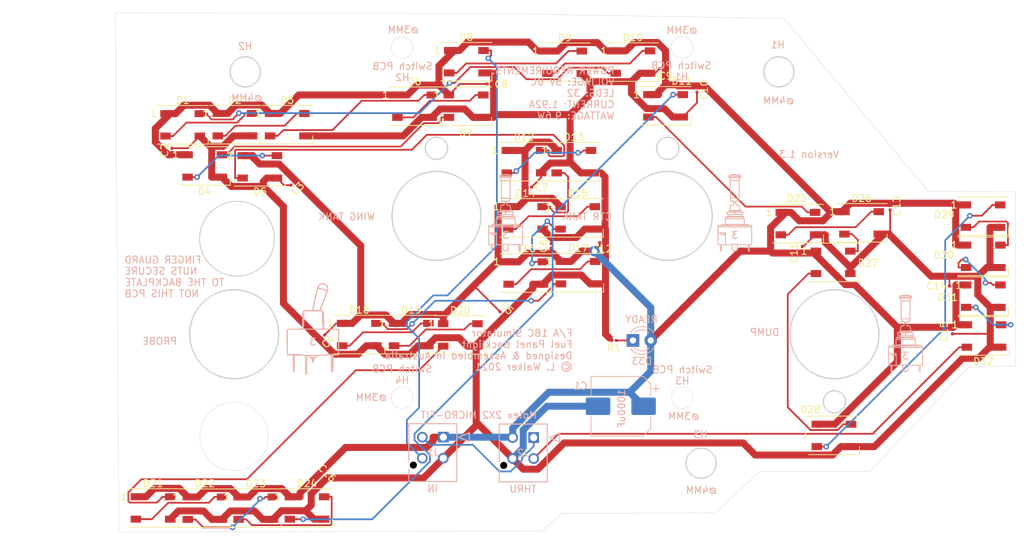
<source format=kicad_pcb>
(kicad_pcb (version 20171130) (host pcbnew "(5.1.6)-1")
  (layers (0 F.Cu signal) (31 B.Cu signal) (34 B.Paste user) (35 F.Paste user) (36 B.SilkS user) (37 F.SilkS user) (38 B.Mask user) (39 F.Mask user) (44 Edge.Cuts user))
  (net 0 "")
  (net 1 "Net-(D1-Pad2)")
  (net 2 "Net-(D1-Pad4)")
  (net 3 "Net-(D2-Pad2)")
  (net 4 "Net-(D3-Pad2)")
  (net 5 "Net-(D4-Pad2)")
  (net 6 "Net-(D4-Pad4)")
  (net 7 "Net-(D12-Pad4)")
  (net 8 "Net-(D6-Pad2)")
  (net 9 "Net-(D8-Pad2)")
  (net 10 "Net-(D10-Pad4)")
  (net 11 "Net-(D11-Pad2)")
  (net 12 "Net-(D11-Pad4)")
  (net 13 "Net-(D12-Pad2)")
  (net 14 "Net-(D13-Pad2)")
  (net 15 "Net-(D14-Pad2)")
  (net 16 "Net-(D15-Pad2)")
  (net 17 "Net-(D16-Pad2)")
  (net 18 "Net-(D17-Pad2)")
  (net 19 "Net-(D18-Pad2)")
  (net 20 "Net-(D19-Pad2)")
  (net 21 "Net-(D20-Pad2)")
  (net 22 "Net-(D21-Pad2)")
  (net 23 "Net-(D22-Pad2)")
  (net 24 "Net-(D23-Pad2)")
  (net 25 "Net-(D25-Pad2)")
  (net 26 "Net-(D26-Pad2)")
  (net 27 "Net-(D27-Pad2)")
  (net 28 "Net-(D28-Pad2)")
  (net 29 "Net-(D29-Pad2)")
  (net 30 "Net-(D30-Pad2)")
  (net 31 "Net-(D31-Pad2)")
  (net 32 /LEDGND)
  (net 33 /LED+5V)
  (net 34 "Net-(D33-Pad1)")
  (net 35 /DATAIN)
  (net 36 /DATAOUT)
  (net 37 /DATALOOP)
  (module "Kicad Footprint Files:631HToggle" (layer B.Cu) (at 127.3048 120.142 180)
    (fp_text reference G*** hide)
    (fp_text value LOGO hide)
  )
  (module Capacitor_SMD:C_0201_0603Metric (layer F.Cu) (at 128.394674 141.501074 315)
    (fp_text reference C16 (at 0.111053 -1.149473 135) (layer F.SilkS))
    (fp_text value C)
    (pad 2 smd roundrect (at 0.32 0 315) (size 0.46 0.4) (layers F.Cu F.Mask) (net 32 /LEDGND))
    (pad 1 smd roundrect (at -0.32 0 315) (size 0.46 0.4) (layers F.Cu F.Mask) (net 33 /LED+5V))
  )
  (module Capacitor_SMD:C_0201_0603Metric (layer F.Cu) (at 218.5924 120.5484 270)
    (fp_text reference C15 (at 0 1.1684 90) (layer F.SilkS))
    (fp_text value C)
    (pad 2 smd roundrect (at 0.32 0 270) (size 0.46 0.4) (layers F.Cu F.Mask) (net 32 /LEDGND))
    (pad 1 smd roundrect (at -0.32 0 270) (size 0.46 0.4) (layers F.Cu F.Mask) (net 33 /LED+5V))
  )
  (module Capacitor_SMD:C_0201_0603Metric (layer F.Cu) (at 218.4908 114.046 180)
    (fp_text reference C14 (at 2.1844 0) (layer F.SilkS))
    (fp_text value C)
    (pad 2 smd roundrect (at 0.32 0 180) (size 0.46 0.4) (layers F.Cu F.Mask) (net 32 /LEDGND))
    (pad 1 smd roundrect (at -0.32 0 180) (size 0.46 0.4) (layers F.Cu F.Mask) (net 33 /LED+5V))
  )
  (module Capacitor_SMD:C_0201_0603Metric (layer F.Cu) (at 209.7024 102.87 270)
    (fp_text reference C13 (at -0.254 -0.9652 90) (layer F.SilkS))
    (fp_text value C)
    (pad 2 smd roundrect (at 0.32 0 270) (size 0.46 0.4) (layers F.Cu F.Mask) (net 32 /LEDGND))
    (pad 1 smd roundrect (at -0.32 0 270) (size 0.46 0.4) (layers F.Cu F.Mask) (net 33 /LED+5V))
  )
  (module Capacitor_SMD:C_0201_0603Metric (layer F.Cu) (at 168.5544 107.8484)
    (fp_text reference C12 (at 0 0.9144) (layer F.SilkS))
    (fp_text value C)
    (pad 2 smd roundrect (at 0.32 0) (size 0.46 0.4) (layers F.Cu F.Mask) (net 32 /LEDGND))
    (pad 1 smd roundrect (at -0.32 0) (size 0.46 0.4) (layers F.Cu F.Mask) (net 33 /LED+5V))
  )
  (module Capacitor_SMD:C_0201_0603Metric (layer F.Cu) (at 197.1548 108.7272 90)
    (fp_text reference C11 (at -0.5944 -1.1684 90) (layer F.SilkS))
    (fp_text value C)
    (pad 2 smd roundrect (at 0.32 0 90) (size 0.46 0.4) (layers F.Cu F.Mask) (net 32 /LEDGND))
    (pad 1 smd roundrect (at -0.32 0 90) (size 0.46 0.4) (layers F.Cu F.Mask) (net 33 /LED+5V))
  )
  (module Capacitor_SMD:C_0201_0603Metric (layer F.Cu) (at 182.118 86.0552 270)
    (fp_text reference C10 (at 0 -1.05 90) (layer F.SilkS))
    (fp_text value C)
    (pad 2 smd roundrect (at 0.32 0 270) (size 0.46 0.4) (layers F.Cu F.Mask) (net 32 /LEDGND))
    (pad 1 smd roundrect (at -0.32 0 270) (size 0.46 0.4) (layers F.Cu F.Mask) (net 33 /LED+5V))
  )
  (module Capacitor_SMD:C_0201_0603Metric (layer F.Cu) (at 177.1548 83.0072 180)
    (fp_text reference C9 (at -0.4928 -1.05) (layer F.SilkS))
    (fp_text value C)
    (pad 2 smd roundrect (at 0.32 0 180) (size 0.46 0.4) (layers F.Cu F.Mask) (net 32 /LEDGND))
    (pad 1 smd roundrect (at -0.32 0 180) (size 0.46 0.4) (layers F.Cu F.Mask) (net 33 /LED+5V))
  )
  (module Capacitor_SMD:C_0201_0603Metric (layer F.Cu) (at 152.466 85.1916)
    (fp_text reference C8 (at 1.712 0.0508) (layer F.SilkS))
    (fp_text value C)
    (pad 2 smd roundrect (at 0.32 0) (size 0.46 0.4) (layers F.Cu F.Mask) (net 32 /LEDGND))
    (pad 1 smd roundrect (at -0.32 0) (size 0.46 0.4) (layers F.Cu F.Mask) (net 33 /LED+5V))
  )
  (module Capacitor_SMD:C_0201_0603Metric (layer F.Cu) (at 158.176 99.9236)
    (fp_text reference C7 (at 1.7424 0.0508) (layer F.SilkS))
    (fp_text value C)
    (pad 2 smd roundrect (at 0.32 0) (size 0.46 0.4) (layers F.Cu F.Mask) (net 32 /LEDGND))
    (pad 1 smd roundrect (at -0.32 0) (size 0.46 0.4) (layers F.Cu F.Mask) (net 33 /LED+5V))
  )
  (module Capacitor_SMD:C_0201_0603Metric (layer F.Cu) (at 161.29 108.3208 90)
    (fp_text reference C6 (at 0 -1.05 90) (layer F.SilkS))
    (fp_text value C)
    (pad 2 smd roundrect (at 0.32 0 90) (size 0.46 0.4) (layers F.Cu F.Mask) (net 32 /LEDGND))
    (pad 1 smd roundrect (at -0.32 0 90) (size 0.46 0.4) (layers F.Cu F.Mask) (net 33 /LED+5V))
  )
  (module Capacitor_SMD:C_0201_0603Metric (layer F.Cu) (at 154.2288 117.9576 315)
    (fp_text reference C5 (at 0 -1.05 135) (layer F.SilkS))
    (fp_text value C)
    (pad 2 smd roundrect (at 0.32 0 315) (size 0.46 0.4) (layers F.Cu F.Mask) (net 32 /LEDGND))
    (pad 1 smd roundrect (at -0.32 0 315) (size 0.46 0.4) (layers F.Cu F.Mask) (net 33 /LED+5V))
  )
  (module Capacitor_SMD:C_0201_0603Metric (layer F.Cu) (at 128.7272 121.2596 225)
    (fp_text reference C4 (at 0 -1.05 45) (layer F.SilkS))
    (fp_text value C)
    (pad 2 smd roundrect (at 0.32 0 225) (size 0.46 0.4) (layers F.Cu F.Mask) (net 32 /LEDGND))
    (pad 1 smd roundrect (at -0.32 0 225) (size 0.46 0.4) (layers F.Cu F.Mask) (net 33 /LED+5V))
  )
  (module Capacitor_SMD:C_0201_0603Metric (layer F.Cu) (at 124.3584 99.4156 225)
    (fp_text reference C3 (at 0 -1.05 45) (layer F.SilkS))
    (fp_text value C)
    (pad 2 smd roundrect (at 0.32 0 225) (size 0.46 0.4) (layers F.Cu F.Mask) (net 32 /LEDGND))
    (pad 1 smd roundrect (at -0.32 0 225) (size 0.46 0.4) (layers F.Cu F.Mask) (net 33 /LED+5V))
  )
  (module Capacitor_SMD:C_0201_0603Metric (layer F.Cu) (at 107.1372 94.6912 90)
    (fp_text reference C2 (at 0 -1.05 90) (layer F.SilkS))
    (fp_text value C)
    (pad 2 smd roundrect (at 0.32 0 90) (size 0.46 0.4) (layers F.Cu F.Mask) (net 32 /LEDGND))
    (pad 1 smd roundrect (at -0.32 0 90) (size 0.46 0.4) (layers F.Cu F.Mask) (net 33 /LED+5V))
  )
  (module "Kicad Footprint Files:S3ALToggle" (layer B.Cu) (at 212.0392 120.9548 180)
    (fp_text reference G*** hide)
    (fp_text value LOGO hide)
    (fp_text user 3 (at 0.125 -3.075) (layer B.SilkS) (effects (justify mirror)))
  )
  (module "Kicad Footprint Files:S3ALToggle" (layer B.Cu) (at 187.6552 103.7336 180)
    (fp_text reference G*** hide)
    (fp_text value LOGO hide)
    (fp_text user 3 (at 0.125 -3.075) (layer B.SilkS) (effects (justify mirror)))
  )
  (module "Kicad Footprint Files:S3ALToggle" (layer B.Cu) (at 154.94 103.7336 180)
    (fp_text reference G*** hide)
    (fp_text value LOGO hide)
    (fp_text user 3 (at 0.125 -3.075) (layer B.SilkS) (effects (justify mirror)))
  )
  (module Resistor_SMD:R_0201_0603Metric (layer F.Cu) (at 170.282 121.818 180)
    (fp_text reference R1 (at 0 -1.05) (layer F.SilkS))
    (fp_text value R)
    (pad 2 smd roundrect (at 0.32 0 180) (size 0.46 0.4) (layers F.Cu F.Mask) (net 32 /LEDGND))
    (pad 1 smd roundrect (at -0.32 0 180) (size 0.46 0.4) (layers F.Cu F.Mask) (net 34 "Net-(D33-Pad1)"))
  )
  (module footprints:Molex_MicroFit_2X2 (layer B.Cu) (at 158.801 135.687)
    (fp_text reference J2 (at -1.495006 2.199999) (layer B.SilkS) (effects (justify mirror)))
    (fp_text value Conn_01x04_Female hide)
    (fp_text user * (at 0 0) (layer B.SilkS) (effects (justify mirror)))
    (pad 5 np_thru_hole circle (at -4.279999 3.98) (size 1.02 1.02) (drill 1.016) (layers))
    (pad 4 thru_hole circle (at -2.999999 2.999999) (size 1.52 1.52) (drill 1.016) (layers *.Cu *.Mask) (net 32 /LEDGND))
    (pad 3 thru_hole circle (at 0 2.999999 270) (size 1.52 1.52) (drill 1.016) (layers *.Cu *.Mask) (net 36 /DATAOUT))
    (pad 2 thru_hole circle (at -2.999999 0) (size 1.52 1.52) (drill 1.016) (layers *.Cu *.Mask) (net 33 /LED+5V))
    (pad 1 thru_hole rect (at 0 0 270) (size 1.52 1.52) (drill 1.016) (layers *.Cu *.Mask) (net 37 /DATALOOP))
  )
  (module footprints:Molex_MicroFit_2X2 (layer B.Cu) (at 145.898 135.636)
    (fp_text reference J1 (at -1.495006 2.199999) (layer B.SilkS) (effects (justify mirror)))
    (fp_text value Conn_01x04_Female hide)
    (fp_text user * (at 0 0) (layer B.SilkS) (effects (justify mirror)))
    (pad 5 np_thru_hole circle (at -4.279999 3.98) (size 1.02 1.02) (drill 1.016) (layers))
    (pad 4 thru_hole circle (at -2.999999 2.999999) (size 1.52 1.52) (drill 1.016) (layers *.Cu *.Mask) (net 35 /DATAIN))
    (pad 3 thru_hole circle (at 0 2.999999 270) (size 1.52 1.52) (drill 1.016) (layers *.Cu *.Mask) (net 32 /LEDGND))
    (pad 2 thru_hole circle (at -2.999999 0) (size 1.52 1.52) (drill 1.016) (layers *.Cu *.Mask) (net 37 /DATALOOP))
    (pad 1 thru_hole rect (at 0 0 270) (size 1.52 1.52) (drill 1.016) (layers *.Cu *.Mask) (net 33 /LED+5V))
  )
  (module LED_THT:LED_D3.0mm (layer B.Cu) (at 172.974 121.818)
    (fp_text reference D33 (at 1.27 2.96) (layer B.SilkS) (effects (justify mirror)))
    (fp_text value LED)
    (pad 2 thru_hole circle (at 2.54 0) (size 1.8 1.8) (drill 0.9) (layers *.Cu *.Mask) (net 33 /LED+5V))
    (pad 1 thru_hole rect (at 0 0) (size 1.8 1.8) (drill 0.9) (layers *.Cu *.Mask) (net 34 "Net-(D33-Pad1)"))
  )
  (module LED_SMD:LED_WS2812B_PLCC4_5.0x5.0mm_P3.2mm (layer F.Cu) (at 119.685 97.028)
    (fp_text reference D5 (at 0.0508 3.556) (layer F.SilkS))
    (fp_text value WS2812B)
    (fp_text user 1 (at -4.15 -1.6) (layer F.SilkS))
    (pad 1 smd rect (at -2.45 -1.6) (size 1.5 1) (layers F.Cu F.Paste F.Mask) (net 33 /LED+5V))
    (pad 2 smd rect (at -2.45 1.6) (size 1.5 1) (layers F.Cu F.Paste F.Mask) (net 7 "Net-(D12-Pad4)"))
    (pad 4 smd rect (at 2.45 -1.6) (size 1.5 1) (layers F.Cu F.Paste F.Mask) (net 5 "Net-(D4-Pad2)"))
    (pad 3 smd rect (at 2.45 1.6) (size 1.5 1) (layers F.Cu F.Paste F.Mask) (net 32 /LEDGND))
  )
  (module LED_SMD:LED_WS2812B_PLCC4_5.0x5.0mm_P3.2mm (layer F.Cu) (at 201.676 135.382)
    (fp_text reference D28 (at -3.3528 -3.7084) (layer F.SilkS))
    (fp_text value WS2812B)
    (fp_text user 1 (at -4.064 -0.1524) (layer F.SilkS))
    (pad 1 smd rect (at -2.45 -1.6) (size 1.5 1) (layers F.Cu F.Paste F.Mask) (net 33 /LED+5V))
    (pad 2 smd rect (at -2.45 1.6) (size 1.5 1) (layers F.Cu F.Paste F.Mask) (net 28 "Net-(D28-Pad2)"))
    (pad 4 smd rect (at 2.45 -1.6) (size 1.5 1) (layers F.Cu F.Paste F.Mask) (net 27 "Net-(D27-Pad2)"))
    (pad 3 smd rect (at 2.45 1.6) (size 1.5 1) (layers F.Cu F.Paste F.Mask) (net 32 /LEDGND))
  )
  (module LED_SMD:LED_WS2812B_PLCC4_5.0x5.0mm_P3.2mm (layer F.Cu) (at 157.621 104.318)
    (fp_text reference D14 (at 0 -3.5) (layer F.SilkS))
    (fp_text value WS2812B)
    (fp_text user 1 (at -4.15 -1.6) (layer F.SilkS))
    (pad 1 smd rect (at -2.45 -1.6) (size 1.5 1) (layers F.Cu F.Paste F.Mask) (net 33 /LED+5V))
    (pad 2 smd rect (at -2.45 1.6) (size 1.5 1) (layers F.Cu F.Paste F.Mask) (net 15 "Net-(D14-Pad2)"))
    (pad 4 smd rect (at 2.45 -1.6) (size 1.5 1) (layers F.Cu F.Paste F.Mask) (net 14 "Net-(D13-Pad2)"))
    (pad 3 smd rect (at 2.45 1.6) (size 1.5 1) (layers F.Cu F.Paste F.Mask) (net 32 /LEDGND))
  )
  (module Capacitor_SMD:CP_Elec_8x10 (layer B.Cu) (at 171.248 131.216 180)
    (fp_text reference C1 (at 5.7416 2.8956) (layer B.SilkS) (effects (justify mirror)))
    (fp_text value C_Polarized)
    (pad 2 smd roundrect (at 3.25 0 180) (size 3.5 2.5) (layers B.Cu B.Paste B.Mask) (roundrect_rratio 0.1) (net 32 /LEDGND))
    (pad 1 smd roundrect (at -3.25 0 180) (size 3.5 2.5) (layers B.Cu B.Paste B.Mask) (roundrect_rratio 0.1) (net 33 /LED+5V))
  )
  (module LED_SMD:LED_WS2812B_PLCC4_5.0x5.0mm_P3.2mm (layer F.Cu) (at 223.102 121.183)
    (fp_text reference D32 (at -0.09 3.6326) (layer F.SilkS))
    (fp_text value WS2812B)
    (fp_text user 1 (at -4.15 -1.6) (layer F.SilkS))
    (pad 1 smd rect (at -2.45 -1.6) (size 1.5 1) (layers F.Cu F.Paste F.Mask) (net 33 /LED+5V))
    (pad 2 smd rect (at -2.45 1.6) (size 1.5 1) (layers F.Cu F.Paste F.Mask) (net 36 /DATAOUT))
    (pad 4 smd rect (at 2.45 -1.6) (size 1.5 1) (layers F.Cu F.Paste F.Mask) (net 31 "Net-(D31-Pad2)"))
    (pad 3 smd rect (at 2.45 1.6) (size 1.5 1) (layers F.Cu F.Paste F.Mask) (net 32 /LEDGND))
  )
  (module LED_SMD:LED_WS2812B_PLCC4_5.0x5.0mm_P3.2mm (layer F.Cu) (at 223 115.494)
    (fp_text reference D31 (at -5.068 0.1776) (layer F.SilkS))
    (fp_text value WS2812B)
    (fp_text user 1 (at -3.4932 -1.5496) (layer F.SilkS))
    (pad 1 smd rect (at -2.45 -1.6) (size 1.5 1) (layers F.Cu F.Paste F.Mask) (net 33 /LED+5V))
    (pad 2 smd rect (at -2.45 1.6) (size 1.5 1) (layers F.Cu F.Paste F.Mask) (net 31 "Net-(D31-Pad2)"))
    (pad 4 smd rect (at 2.45 -1.6) (size 1.5 1) (layers F.Cu F.Paste F.Mask) (net 30 "Net-(D30-Pad2)"))
    (pad 3 smd rect (at 2.45 1.6) (size 1.5 1) (layers F.Cu F.Paste F.Mask) (net 32 /LEDGND))
  )
  (module LED_SMD:LED_WS2812B_PLCC4_5.0x5.0mm_P3.2mm (layer F.Cu) (at 223 109.804)
    (fp_text reference D30 (at -5.6272 -0.1776) (layer F.SilkS))
    (fp_text value WS2812B)
    (fp_text user 1 (at -4.15 -1.6) (layer F.SilkS))
    (pad 1 smd rect (at -2.45 -1.6) (size 1.5 1) (layers F.Cu F.Paste F.Mask) (net 33 /LED+5V))
    (pad 2 smd rect (at -2.45 1.6) (size 1.5 1) (layers F.Cu F.Paste F.Mask) (net 30 "Net-(D30-Pad2)"))
    (pad 4 smd rect (at 2.45 -1.6) (size 1.5 1) (layers F.Cu F.Paste F.Mask) (net 29 "Net-(D29-Pad2)"))
    (pad 3 smd rect (at 2.45 1.6) (size 1.5 1) (layers F.Cu F.Paste F.Mask) (net 32 /LEDGND))
  )
  (module LED_SMD:LED_WS2812B_PLCC4_5.0x5.0mm_P3.2mm (layer F.Cu) (at 222.961 104.064)
    (fp_text reference D29 (at -5.5372 -0.178) (layer F.SilkS))
    (fp_text value WS2812B)
    (fp_text user 1 (at -4.15 -1.6) (layer F.SilkS))
    (pad 1 smd rect (at -2.45 -1.6) (size 1.5 1) (layers F.Cu F.Paste F.Mask) (net 33 /LED+5V))
    (pad 2 smd rect (at -2.45 1.6) (size 1.5 1) (layers F.Cu F.Paste F.Mask) (net 29 "Net-(D29-Pad2)"))
    (pad 4 smd rect (at 2.45 -1.6) (size 1.5 1) (layers F.Cu F.Paste F.Mask) (net 28 "Net-(D28-Pad2)"))
    (pad 3 smd rect (at 2.45 1.6) (size 1.5 1) (layers F.Cu F.Paste F.Mask) (net 32 /LEDGND))
  )
  (module LED_SMD:LED_WS2812B_PLCC4_5.0x5.0mm_P3.2mm (layer F.Cu) (at 201.563 110.668)
    (fp_text reference D27 (at 4.99 0.0764) (layer F.SilkS))
    (fp_text value WS2812B)
    (fp_text user 1 (at -4.15 -1.6) (layer F.SilkS))
    (pad 1 smd rect (at -2.45 -1.6) (size 1.5 1) (layers F.Cu F.Paste F.Mask) (net 33 /LED+5V))
    (pad 2 smd rect (at -2.45 1.6) (size 1.5 1) (layers F.Cu F.Paste F.Mask) (net 27 "Net-(D27-Pad2)"))
    (pad 4 smd rect (at 2.45 -1.6) (size 1.5 1) (layers F.Cu F.Paste F.Mask) (net 26 "Net-(D26-Pad2)"))
    (pad 3 smd rect (at 2.45 1.6) (size 1.5 1) (layers F.Cu F.Paste F.Mask) (net 32 /LEDGND))
  )
  (module LED_SMD:LED_WS2812B_PLCC4_5.0x5.0mm_P3.2mm (layer F.Cu) (at 205.627 105.029)
    (fp_text reference D26 (at 0 -3.5) (layer F.SilkS))
    (fp_text value WS2812B)
    (fp_text user 1 (at -4.15 -1.6) (layer F.SilkS))
    (pad 1 smd rect (at -2.45 -1.6) (size 1.5 1) (layers F.Cu F.Paste F.Mask) (net 33 /LED+5V))
    (pad 2 smd rect (at -2.45 1.6) (size 1.5 1) (layers F.Cu F.Paste F.Mask) (net 26 "Net-(D26-Pad2)"))
    (pad 4 smd rect (at 2.45 -1.6) (size 1.5 1) (layers F.Cu F.Paste F.Mask) (net 25 "Net-(D25-Pad2)"))
    (pad 3 smd rect (at 2.45 1.6) (size 1.5 1) (layers F.Cu F.Paste F.Mask) (net 32 /LEDGND))
  )
  (module LED_SMD:LED_WS2812B_PLCC4_5.0x5.0mm_P3.2mm (layer F.Cu) (at 196.534 105.131)
    (fp_text reference D25 (at -0.1408 -3.6324) (layer F.SilkS))
    (fp_text value WS2812B)
    (fp_text user 1 (at -4.15 -1.6) (layer F.SilkS))
    (pad 1 smd rect (at -2.45 -1.6) (size 1.5 1) (layers F.Cu F.Paste F.Mask) (net 33 /LED+5V))
    (pad 2 smd rect (at -2.45 1.6) (size 1.5 1) (layers F.Cu F.Paste F.Mask) (net 25 "Net-(D25-Pad2)"))
    (pad 4 smd rect (at 2.45 -1.6) (size 1.5 1) (layers F.Cu F.Paste F.Mask) (net 11 "Net-(D11-Pad2)"))
    (pad 3 smd rect (at 2.45 1.6) (size 1.5 1) (layers F.Cu F.Paste F.Mask) (net 32 /LEDGND))
  )
  (module LED_SMD:LED_WS2812B_PLCC4_5.0x5.0mm_P3.2mm (layer F.Cu) (at 126.43 145.745)
    (fp_text reference D24 (at 0 -3.5) (layer F.SilkS))
    (fp_text value WS2812B)
    (fp_text user 1 (at -4.15 -1.6) (layer F.SilkS))
    (pad 1 smd rect (at -2.45 -1.6) (size 1.5 1) (layers F.Cu F.Paste F.Mask) (net 33 /LED+5V))
    (pad 2 smd rect (at -2.45 1.6) (size 1.5 1) (layers F.Cu F.Paste F.Mask) (net 12 "Net-(D11-Pad4)"))
    (pad 4 smd rect (at 2.45 -1.6) (size 1.5 1) (layers F.Cu F.Paste F.Mask) (net 24 "Net-(D23-Pad2)"))
    (pad 3 smd rect (at 2.45 1.6) (size 1.5 1) (layers F.Cu F.Paste F.Mask) (net 32 /LEDGND))
  )
  (module LED_SMD:LED_WS2812B_PLCC4_5.0x5.0mm_P3.2mm (layer F.Cu) (at 119.114 145.77)
    (fp_text reference D23 (at 0 -3.5) (layer F.SilkS))
    (fp_text value WS2812B)
    (fp_text user 1 (at -4.15 -1.6) (layer F.SilkS))
    (pad 1 smd rect (at -2.45 -1.6) (size 1.5 1) (layers F.Cu F.Paste F.Mask) (net 33 /LED+5V))
    (pad 2 smd rect (at -2.45 1.6) (size 1.5 1) (layers F.Cu F.Paste F.Mask) (net 24 "Net-(D23-Pad2)"))
    (pad 4 smd rect (at 2.45 -1.6) (size 1.5 1) (layers F.Cu F.Paste F.Mask) (net 23 "Net-(D22-Pad2)"))
    (pad 3 smd rect (at 2.45 1.6) (size 1.5 1) (layers F.Cu F.Paste F.Mask) (net 32 /LEDGND))
  )
  (module LED_SMD:LED_WS2812B_PLCC4_5.0x5.0mm_P3.2mm (layer F.Cu) (at 111.85 145.771)
    (fp_text reference D22 (at 0 -3.5) (layer F.SilkS))
    (fp_text value WS2812B)
    (fp_text user 1 (at -4.15 -1.6) (layer F.SilkS))
    (pad 1 smd rect (at -2.45 -1.6) (size 1.5 1) (layers F.Cu F.Paste F.Mask) (net 33 /LED+5V))
    (pad 2 smd rect (at -2.45 1.6) (size 1.5 1) (layers F.Cu F.Paste F.Mask) (net 23 "Net-(D22-Pad2)"))
    (pad 4 smd rect (at 2.45 -1.6) (size 1.5 1) (layers F.Cu F.Paste F.Mask) (net 22 "Net-(D21-Pad2)"))
    (pad 3 smd rect (at 2.45 1.6) (size 1.5 1) (layers F.Cu F.Paste F.Mask) (net 32 /LEDGND))
  )
  (module LED_SMD:LED_WS2812B_PLCC4_5.0x5.0mm_P3.2mm (layer F.Cu) (at 104.445 145.745)
    (fp_text reference D21 (at 0 -3.5) (layer F.SilkS))
    (fp_text value WS2812B)
    (fp_text user 1 (at -4.15 -1.6) (layer F.SilkS))
    (pad 1 smd rect (at -2.45 -1.6) (size 1.5 1) (layers F.Cu F.Paste F.Mask) (net 33 /LED+5V))
    (pad 2 smd rect (at -2.45 1.6) (size 1.5 1) (layers F.Cu F.Paste F.Mask) (net 22 "Net-(D21-Pad2)"))
    (pad 4 smd rect (at 2.45 -1.6) (size 1.5 1) (layers F.Cu F.Paste F.Mask) (net 21 "Net-(D20-Pad2)"))
    (pad 3 smd rect (at 2.45 1.6) (size 1.5 1) (layers F.Cu F.Paste F.Mask) (net 32 /LEDGND))
  )
  (module LED_SMD:LED_WS2812B_PLCC4_5.0x5.0mm_P3.2mm (layer F.Cu) (at 148.324 121.031)
    (fp_text reference D20 (at 0 -3.5) (layer F.SilkS))
    (fp_text value WS2812B)
    (fp_text user 1 (at -4.15 -1.6) (layer F.SilkS))
    (pad 1 smd rect (at -2.45 -1.6) (size 1.5 1) (layers F.Cu F.Paste F.Mask) (net 33 /LED+5V))
    (pad 2 smd rect (at -2.45 1.6) (size 1.5 1) (layers F.Cu F.Paste F.Mask) (net 21 "Net-(D20-Pad2)"))
    (pad 4 smd rect (at 2.45 -1.6) (size 1.5 1) (layers F.Cu F.Paste F.Mask) (net 20 "Net-(D19-Pad2)"))
    (pad 3 smd rect (at 2.45 1.6) (size 1.5 1) (layers F.Cu F.Paste F.Mask) (net 32 /LEDGND))
  )
  (module LED_SMD:LED_WS2812B_PLCC4_5.0x5.0mm_P3.2mm (layer F.Cu) (at 141.314 120.98)
    (fp_text reference D19 (at 0 -3.5) (layer F.SilkS))
    (fp_text value WS2812B)
    (fp_text user 1 (at -4.15 -1.6) (layer F.SilkS))
    (pad 1 smd rect (at -2.45 -1.6) (size 1.5 1) (layers F.Cu F.Paste F.Mask) (net 33 /LED+5V))
    (pad 2 smd rect (at -2.45 1.6) (size 1.5 1) (layers F.Cu F.Paste F.Mask) (net 20 "Net-(D19-Pad2)"))
    (pad 4 smd rect (at 2.45 -1.6) (size 1.5 1) (layers F.Cu F.Paste F.Mask) (net 19 "Net-(D18-Pad2)"))
    (pad 3 smd rect (at 2.45 1.6) (size 1.5 1) (layers F.Cu F.Paste F.Mask) (net 32 /LEDGND))
  )
  (module LED_SMD:LED_WS2812B_PLCC4_5.0x5.0mm_P3.2mm (layer F.Cu) (at 133.897 120.98)
    (fp_text reference D18 (at 0 -3.5) (layer F.SilkS))
    (fp_text value WS2812B)
    (fp_text user 1 (at -4.15 -1.6) (layer F.SilkS))
    (pad 1 smd rect (at -2.45 -1.6) (size 1.5 1) (layers F.Cu F.Paste F.Mask) (net 33 /LED+5V))
    (pad 2 smd rect (at -2.45 1.6) (size 1.5 1) (layers F.Cu F.Paste F.Mask) (net 19 "Net-(D18-Pad2)"))
    (pad 4 smd rect (at 2.45 -1.6) (size 1.5 1) (layers F.Cu F.Paste F.Mask) (net 18 "Net-(D17-Pad2)"))
    (pad 3 smd rect (at 2.45 1.6) (size 1.5 1) (layers F.Cu F.Paste F.Mask) (net 32 /LEDGND))
  )
  (module LED_SMD:LED_WS2812B_PLCC4_5.0x5.0mm_P3.2mm (layer F.Cu) (at 165.139 112.141)
    (fp_text reference D17 (at 0 -3.5) (layer F.SilkS))
    (fp_text value WS2812B)
    (fp_text user 1 (at -4.15 -1.6) (layer F.SilkS))
    (pad 1 smd rect (at -2.45 -1.6) (size 1.5 1) (layers F.Cu F.Paste F.Mask) (net 33 /LED+5V))
    (pad 2 smd rect (at -2.45 1.6) (size 1.5 1) (layers F.Cu F.Paste F.Mask) (net 18 "Net-(D17-Pad2)"))
    (pad 4 smd rect (at 2.45 -1.6) (size 1.5 1) (layers F.Cu F.Paste F.Mask) (net 17 "Net-(D16-Pad2)"))
    (pad 3 smd rect (at 2.45 1.6) (size 1.5 1) (layers F.Cu F.Paste F.Mask) (net 32 /LEDGND))
  )
  (module LED_SMD:LED_WS2812B_PLCC4_5.0x5.0mm_P3.2mm (layer F.Cu) (at 157.672 112.192)
    (fp_text reference D16 (at 0 -3.5) (layer F.SilkS))
    (fp_text value WS2812B)
    (fp_text user 1 (at -4.15 -1.6) (layer F.SilkS))
    (pad 1 smd rect (at -2.45 -1.6) (size 1.5 1) (layers F.Cu F.Paste F.Mask) (net 33 /LED+5V))
    (pad 2 smd rect (at -2.45 1.6) (size 1.5 1) (layers F.Cu F.Paste F.Mask) (net 17 "Net-(D16-Pad2)"))
    (pad 4 smd rect (at 2.45 -1.6) (size 1.5 1) (layers F.Cu F.Paste F.Mask) (net 16 "Net-(D15-Pad2)"))
    (pad 3 smd rect (at 2.45 1.6) (size 1.5 1) (layers F.Cu F.Paste F.Mask) (net 32 /LEDGND))
  )
  (module LED_SMD:LED_WS2812B_PLCC4_5.0x5.0mm_P3.2mm (layer F.Cu) (at 165.088 104.318)
    (fp_text reference D15 (at 0 -3.5) (layer F.SilkS))
    (fp_text value WS2812B)
    (fp_text user 1 (at -4.15 -1.6) (layer F.SilkS))
    (pad 1 smd rect (at -2.45 -1.6) (size 1.5 1) (layers F.Cu F.Paste F.Mask) (net 33 /LED+5V))
    (pad 2 smd rect (at -2.45 1.6) (size 1.5 1) (layers F.Cu F.Paste F.Mask) (net 16 "Net-(D15-Pad2)"))
    (pad 4 smd rect (at 2.45 -1.6) (size 1.5 1) (layers F.Cu F.Paste F.Mask) (net 15 "Net-(D14-Pad2)"))
    (pad 3 smd rect (at 2.45 1.6) (size 1.5 1) (layers F.Cu F.Paste F.Mask) (net 32 /LEDGND))
  )
  (module LED_SMD:LED_WS2812B_PLCC4_5.0x5.0mm_P3.2mm (layer F.Cu) (at 164.53 96.2912)
    (fp_text reference D13 (at 0 -3.5) (layer F.SilkS))
    (fp_text value WS2812B)
    (fp_text user 1 (at -4.15 -1.6) (layer F.SilkS))
    (pad 1 smd rect (at -2.45 -1.6) (size 1.5 1) (layers F.Cu F.Paste F.Mask) (net 33 /LED+5V))
    (pad 2 smd rect (at -2.45 1.6) (size 1.5 1) (layers F.Cu F.Paste F.Mask) (net 14 "Net-(D13-Pad2)"))
    (pad 4 smd rect (at 2.45 -1.6) (size 1.5 1) (layers F.Cu F.Paste F.Mask) (net 13 "Net-(D12-Pad2)"))
    (pad 3 smd rect (at 2.45 1.6) (size 1.5 1) (layers F.Cu F.Paste F.Mask) (net 32 /LEDGND))
  )
  (module LED_SMD:LED_WS2812B_PLCC4_5.0x5.0mm_P3.2mm (layer F.Cu) (at 157.418 96.2912)
    (fp_text reference D12 (at 0 -3.5) (layer F.SilkS))
    (fp_text value WS2812B)
    (fp_text user 1 (at -4.15 -1.6) (layer F.SilkS))
    (pad 1 smd rect (at -2.45 -1.6) (size 1.5 1) (layers F.Cu F.Paste F.Mask) (net 33 /LED+5V))
    (pad 2 smd rect (at -2.45 1.6) (size 1.5 1) (layers F.Cu F.Paste F.Mask) (net 13 "Net-(D12-Pad2)"))
    (pad 4 smd rect (at 2.45 -1.6) (size 1.5 1) (layers F.Cu F.Paste F.Mask) (net 7 "Net-(D12-Pad4)"))
    (pad 3 smd rect (at 2.45 1.6) (size 1.5 1) (layers F.Cu F.Paste F.Mask) (net 32 /LEDGND))
  )
  (module LED_SMD:LED_WS2812B_PLCC4_5.0x5.0mm_P3.2mm (layer F.Cu) (at 177.636 88.3156)
    (fp_text reference D11 (at 2.2976 -3.5304) (layer F.SilkS))
    (fp_text value WS2812B)
    (fp_text user 1 (at -4.15 -1.6) (layer F.SilkS))
    (pad 1 smd rect (at -2.45 -1.6) (size 1.5 1) (layers F.Cu F.Paste F.Mask) (net 33 /LED+5V))
    (pad 2 smd rect (at -2.45 1.6) (size 1.5 1) (layers F.Cu F.Paste F.Mask) (net 11 "Net-(D11-Pad2)"))
    (pad 4 smd rect (at 2.45 -1.6) (size 1.5 1) (layers F.Cu F.Paste F.Mask) (net 12 "Net-(D11-Pad4)"))
    (pad 3 smd rect (at 2.45 1.6) (size 1.5 1) (layers F.Cu F.Paste F.Mask) (net 32 /LEDGND))
  )
  (module LED_SMD:LED_WS2812B_PLCC4_5.0x5.0mm_P3.2mm (layer F.Cu) (at 172.962 82.0672)
    (fp_text reference D10 (at 0 -3.5) (layer F.SilkS))
    (fp_text value WS2812B)
    (fp_text user 1 (at -4.15 -1.6) (layer F.SilkS))
    (pad 1 smd rect (at -2.45 -1.6) (size 1.5 1) (layers F.Cu F.Paste F.Mask) (net 33 /LED+5V))
    (pad 2 smd rect (at -2.45 1.6) (size 1.5 1) (layers F.Cu F.Paste F.Mask) (net 2 "Net-(D1-Pad4)"))
    (pad 4 smd rect (at 2.45 -1.6) (size 1.5 1) (layers F.Cu F.Paste F.Mask) (net 10 "Net-(D10-Pad4)"))
    (pad 3 smd rect (at 2.45 1.6) (size 1.5 1) (layers F.Cu F.Paste F.Mask) (net 32 /LEDGND))
  )
  (module LED_SMD:LED_WS2812B_PLCC4_5.0x5.0mm_P3.2mm (layer F.Cu) (at 163.22 82.0928)
    (fp_text reference D9 (at 0 -3.5) (layer F.SilkS))
    (fp_text value WS2812B)
    (fp_text user 1 (at -4.15 -1.6) (layer F.SilkS))
    (pad 1 smd rect (at -2.45 -1.6) (size 1.5 1) (layers F.Cu F.Paste F.Mask) (net 33 /LED+5V))
    (pad 2 smd rect (at -2.45 1.6) (size 1.5 1) (layers F.Cu F.Paste F.Mask) (net 10 "Net-(D10-Pad4)"))
    (pad 4 smd rect (at 2.45 -1.6) (size 1.5 1) (layers F.Cu F.Paste F.Mask) (net 9 "Net-(D8-Pad2)"))
    (pad 3 smd rect (at 2.45 1.6) (size 1.5 1) (layers F.Cu F.Paste F.Mask) (net 32 /LEDGND))
  )
  (module LED_SMD:LED_WS2812B_PLCC4_5.0x5.0mm_P3.2mm (layer F.Cu) (at 149.188 82.0164)
    (fp_text reference D8 (at 0 -3.5) (layer F.SilkS))
    (fp_text value WS2812B)
    (fp_text user 1 (at -4.15 -1.6) (layer F.SilkS))
    (pad 1 smd rect (at -2.45 -1.6) (size 1.5 1) (layers F.Cu F.Paste F.Mask) (net 33 /LED+5V))
    (pad 2 smd rect (at -2.45 1.6) (size 1.5 1) (layers F.Cu F.Paste F.Mask) (net 9 "Net-(D8-Pad2)"))
    (pad 4 smd rect (at 2.45 -1.6) (size 1.5 1) (layers F.Cu F.Paste F.Mask) (net 35 /DATAIN))
    (pad 3 smd rect (at 2.45 1.6) (size 1.5 1) (layers F.Cu F.Paste F.Mask) (net 32 /LEDGND))
  )
  (module LED_SMD:LED_WS2812B_PLCC4_5.0x5.0mm_P3.2mm (layer F.Cu) (at 149.137 88.3668)
    (fp_text reference D7 (at 0.0116 3.8352) (layer F.SilkS))
    (fp_text value WS2812B)
    (fp_text user 1 (at -4.15 -1.6) (layer F.SilkS))
    (pad 1 smd rect (at -2.45 -1.6) (size 1.5 1) (layers F.Cu F.Paste F.Mask) (net 33 /LED+5V))
    (pad 2 smd rect (at -2.45 1.6) (size 1.5 1) (layers F.Cu F.Paste F.Mask) (net 6 "Net-(D4-Pad4)"))
    (pad 4 smd rect (at 2.45 -1.6) (size 1.5 1) (layers F.Cu F.Paste F.Mask) (net 8 "Net-(D6-Pad2)"))
    (pad 3 smd rect (at 2.45 1.6) (size 1.5 1) (layers F.Cu F.Paste F.Mask) (net 32 /LEDGND))
  )
  (module LED_SMD:LED_WS2812B_PLCC4_5.0x5.0mm_P3.2mm (layer F.Cu) (at 141.794 88.3668)
    (fp_text reference D6 (at 0 -3.5) (layer F.SilkS))
    (fp_text value WS2812B)
    (fp_text user 1 (at -4.15 -1.6) (layer F.SilkS))
    (pad 1 smd rect (at -2.45 -1.6) (size 1.5 1) (layers F.Cu F.Paste F.Mask) (net 33 /LED+5V))
    (pad 2 smd rect (at -2.45 1.6) (size 1.5 1) (layers F.Cu F.Paste F.Mask) (net 8 "Net-(D6-Pad2)"))
    (pad 4 smd rect (at 2.45 -1.6) (size 1.5 1) (layers F.Cu F.Paste F.Mask) (net 4 "Net-(D3-Pad2)"))
    (pad 3 smd rect (at 2.45 1.6) (size 1.5 1) (layers F.Cu F.Paste F.Mask) (net 32 /LEDGND))
  )
  (module LED_SMD:LED_WS2812B_PLCC4_5.0x5.0mm_P3.2mm (layer F.Cu) (at 111.822 96.9008)
    (fp_text reference D4 (at 0 3.6324) (layer F.SilkS))
    (fp_text value WS2812B)
    (fp_text user 1 (at -4.15 -1.6) (layer F.SilkS))
    (pad 1 smd rect (at -2.45 -1.6) (size 1.5 1) (layers F.Cu F.Paste F.Mask) (net 33 /LED+5V))
    (pad 2 smd rect (at -2.45 1.6) (size 1.5 1) (layers F.Cu F.Paste F.Mask) (net 5 "Net-(D4-Pad2)"))
    (pad 4 smd rect (at 2.45 -1.6) (size 1.5 1) (layers F.Cu F.Paste F.Mask) (net 6 "Net-(D4-Pad4)"))
    (pad 3 smd rect (at 2.45 1.6) (size 1.5 1) (layers F.Cu F.Paste F.Mask) (net 32 /LEDGND))
  )
  (module LED_SMD:LED_WS2812B_PLCC4_5.0x5.0mm_P3.2mm (layer F.Cu) (at 123.608 91.0084)
    (fp_text reference D3 (at 0 -3.5) (layer F.SilkS))
    (fp_text value WS2812B)
    (fp_text user 1 (at -4.15 -1.6) (layer F.SilkS))
    (pad 1 smd rect (at -2.45 -1.6) (size 1.5 1) (layers F.Cu F.Paste F.Mask) (net 33 /LED+5V))
    (pad 2 smd rect (at -2.45 1.6) (size 1.5 1) (layers F.Cu F.Paste F.Mask) (net 4 "Net-(D3-Pad2)"))
    (pad 4 smd rect (at 2.45 -1.6) (size 1.5 1) (layers F.Cu F.Paste F.Mask) (net 3 "Net-(D2-Pad2)"))
    (pad 3 smd rect (at 2.45 1.6) (size 1.5 1) (layers F.Cu F.Paste F.Mask) (net 32 /LEDGND))
  )
  (module LED_SMD:LED_WS2812B_PLCC4_5.0x5.0mm_P3.2mm (layer F.Cu) (at 116.14 91.008)
    (fp_text reference D2 (at 0 -3.5) (layer F.SilkS))
    (fp_text value WS2812B)
    (fp_text user 1 (at -4.15 -1.6) (layer F.SilkS))
    (pad 1 smd rect (at -2.45 -1.6) (size 1.5 1) (layers F.Cu F.Paste F.Mask) (net 33 /LED+5V))
    (pad 2 smd rect (at -2.45 1.6) (size 1.5 1) (layers F.Cu F.Paste F.Mask) (net 3 "Net-(D2-Pad2)"))
    (pad 4 smd rect (at 2.45 -1.6) (size 1.5 1) (layers F.Cu F.Paste F.Mask) (net 1 "Net-(D1-Pad2)"))
    (pad 3 smd rect (at 2.45 1.6) (size 1.5 1) (layers F.Cu F.Paste F.Mask) (net 32 /LEDGND))
  )
  (module LED_SMD:LED_WS2812B_PLCC4_5.0x5.0mm_P3.2mm (layer F.Cu) (at 108.673 91.0336)
    (fp_text reference D1 (at 0 -3.5) (layer F.SilkS))
    (fp_text value WS2812B)
    (fp_text user 1 (at -4.15 -1.6) (layer F.SilkS))
    (pad 1 smd rect (at -2.45 -1.6) (size 1.5 1) (layers F.Cu F.Paste F.Mask) (net 33 /LED+5V))
    (pad 2 smd rect (at -2.45 1.6) (size 1.5 1) (layers F.Cu F.Paste F.Mask) (net 1 "Net-(D1-Pad2)"))
    (pad 4 smd rect (at 2.45 -1.6) (size 1.5 1) (layers F.Cu F.Paste F.Mask) (net 2 "Net-(D1-Pad4)"))
    (pad 3 smd rect (at 2.45 1.6) (size 1.5 1) (layers F.Cu F.Paste F.Mask) (net 32 /LEDGND))
  )
  (gr_text ⌀3MM (at 135.636 129.9464) (layer B.SilkS) (effects (font (size 1 1)) (justify mirror)))
  (gr_text ⌀3MM (at 180.2384 132.6388) (layer B.SilkS) (effects (font (size 1 1)) (justify mirror)))
  (gr_text ⌀3MM (at 179.9844 77.5208) (layer B.SilkS) (effects (font (size 1 1)) (justify mirror)))
  (gr_text ⌀3MM (at 140.208 77.47) (layer B.SilkS) (effects (font (size 1 1)) (justify mirror)))
  (gr_text "Switch PCB\nH4" (at 140.0048 126.6952) (layer B.SilkS) (effects (font (size 1 1)) (justify mirror)))
  (gr_text "Switch PCB\nH2" (at 140.0556 83.4644) (layer B.SilkS) (effects (font (size 1 1)) (justify mirror)))
  (gr_text "Switch PCB\nH3" (at 180.0352 126.7968) (layer B.SilkS) (effects (font (size 1 1)) (justify mirror)))
  (gr_text "Switch PCB\nH1" (at 179.8828 83.3628) (layer B.SilkS) (effects (font (size 1 1)) (justify mirror)))
  (gr_circle (center 140 80) (end 141.55 80) (layer Edge.Cuts) (width 0.05))
  (gr_circle (center 180 80) (end 181.55 80) (layer Edge.Cuts) (width 0.05))
  (gr_circle (center 140 130) (end 141.55 130) (layer Edge.Cuts) (width 0.05))
  (gr_circle (center 180 130) (end 181.55 130) (layer Edge.Cuts) (width 0.05))
  (gr_text 3 (at 127.254 122.0216) (layer B.SilkS) (effects (font (size 1 1)) (justify mirror)))
  (gr_text READY (at 174.1932 118.8212) (layer B.SilkS) (effects (font (size 1 1)) (justify mirror)))
  (gr_text 1000uF (at 171.3484 131.572 90) (layer B.SilkS) (effects (font (size 1 1)) (justify mirror)))
  (gr_text "POWER REQUIREMENTS:\nVOLTAGE: 5V DC\nLEDS: 32\nCURRENT: 1.92A\nWATTAGE: 9.6W" (at 170.434 86.5124) (layer B.SilkS) (effects (font (size 1 1)) (justify left mirror)))
  (gr_text ⌀4MM (at 182.7784 143.2052) (layer B.SilkS) (effects (font (size 1 1)) (justify mirror)))
  (gr_text ⌀4MM (at 193.802 87.5792) (layer B.SilkS) (effects (font (size 1 1)) (justify mirror)))
  (gr_text ⌀4MM (at 117.856 87.1728) (layer B.SilkS) (effects (font (size 1 1)) (justify mirror)))
  (gr_text H3 (at 182.626 135.2804) (layer B.SilkS) (effects (font (size 1 1)) (justify mirror)))
  (gr_text H2 (at 117.602 79.8068) (layer B.SilkS) (effects (font (size 1 1)) (justify mirror)))
  (gr_text H1 (at 193.6496 79.6036) (layer B.SilkS) (effects (font (size 1 1)) (justify mirror)))
  (gr_text "Molex 2X2 MICRO-FIT" (at 150.9776 132.4864) (layer B.SilkS) (effects (font (size 1 1)) (justify mirror)))
  (gr_circle (center 177.9397 104.0384) (end 184.2897 104.0384) (layer Edge.Cuts) (width 0.2))
  (gr_circle (center 144.9197 94.3864) (end 146.507199 94.3864) (layer Edge.Cuts) (width 0.2))
  (gr_circle (center 116.4336 107.2896) (end 121.773644 107.2896) (layer Edge.Cuts) (width 0.15))
  (gr_text "FINGER GUARD\nNUTS SECURE\nTO THE BACKPLATE\nNOT THIS PCB" (at 100.2792 112.7252) (layer B.SilkS) (effects (font (size 1 1)) (justify right mirror)))
  (gr_text DUMP (at 191.77 120.65) (layer B.SilkS) (effects (font (size 1 1)) (justify mirror)))
  (gr_text "CTR TANK" (at 166.37 104.14) (layer B.SilkS) (effects (font (size 1 1)) (justify mirror)))
  (gr_text "WING TANK" (at 132.08 104.14) (layer B.SilkS) (effects (font (size 1 1)) (justify mirror)))
  (gr_text PROBE (at 105.41 121.92) (layer B.SilkS) (effects (font (size 1 1)) (justify mirror)))
  (gr_text "Version 1.3" (at 198.12 95.25) (layer B.SilkS) (effects (font (size 1 1)) (justify mirror)))
  (gr_text THRU (at 157.2768 143.0528) (layer B.SilkS) (effects (font (size 1 1)) (justify mirror)))
  (gr_text IN (at 144.3736 143.002) (layer B.SilkS) (effects (font (size 1 1)) (justify mirror)))
  (gr_text "F/A 18C Simulator \nFuel Panel Backlight\nDesigned & Assembled in Australia\n© L. Walker 2021" (at 164.4396 123.19) (layer B.SilkS) (effects (font (size 1 1)) (justify left mirror)))
  (gr_circle (center 116.0272 135.5344) (end 119.3292 139.1412) (layer Edge.Cuts) (width 0.05))
  (gr_line (start 160.02 149.0472) (end 162.7632 146.5072) (layer Edge.Cuts) (width 0.05))
  (gr_line (start 99.568 149.1996) (end 160.02 149.0472) (layer Edge.Cuts) (width 0.05))
  (gr_line (start 194.5132 75.8444) (end 152.7556 75.1332) (layer Edge.Cuts) (width 0.05))
  (gr_line (start 215.138 100.4824) (end 194.5132 75.8444) (layer Edge.Cuts) (width 0.05))
  (gr_line (start 227.584 100.584) (end 215.138 100.4824) (layer Edge.Cuts) (width 0.05))
  (gr_line (start 227.6348 125.476) (end 227.584 100.584) (layer Edge.Cuts) (width 0.05))
  (gr_line (start 220.8784 125.6284) (end 227.6348 125.476) (layer Edge.Cuts) (width 0.05))
  (gr_line (start 206.8068 140.5128) (end 220.8784 125.6284) (layer Edge.Cuts) (width 0.05))
  (gr_line (start 191.1096 140.5128) (end 206.8068 140.5128) (layer Edge.Cuts) (width 0.05))
  (gr_line (start 184.7596 146.4564) (end 191.1096 140.5128) (layer Edge.Cuts) (width 0.05))
  (gr_line (start 162.7632 146.5072) (end 184.7596 146.4564) (layer Edge.Cuts) (width 0.05))
  (gr_line (start 99.06 75.0316) (end 99.568 149.1996) (layer Edge.Cuts) (width 0.05))
  (gr_line (start 152.7556 75.1332) (end 99.06 75.0316) (layer Edge.Cuts) (width 0.05))
  (gr_circle (center 201.7522 130.5814) (end 203.339699 130.5814) (layer Edge.Cuts) (width 0.2))
  (gr_circle (center 177.9397 94.3864) (end 179.527199 94.3864) (layer Edge.Cuts) (width 0.2))
  (gr_circle (center 201.7522 120.9294) (end 208.102199 120.9294) (layer Edge.Cuts) (width 0.2))
  (gr_circle (center 117.6147 83.4644) (end 119.767349 83.4644) (layer Edge.Cuts) (width 0.2))
  (gr_circle (center 193.8147 83.4644) (end 195.96735 83.4644) (layer Edge.Cuts) (width 0.2))
  (gr_circle (center 116.0272 120.9294) (end 122.3772 120.9294) (layer Edge.Cuts) (width 0.2))
  (gr_circle (center 144.9197 104.0384) (end 151.2697 104.0384) (layer Edge.Cuts) (width 0.2))
  (gr_circle (center 182.70474 139.3444) (end 184.85739 139.3444) (layer Edge.Cuts) (width 0.2))
  (segment (start 107.2983 92.6336) (end 109.2227 90.7092) (width 0.25) (layer F.Cu) (net 1))
  (segment (start 109.2227 90.7092) (end 116.4523 90.7092) (width 0.25) (layer F.Cu) (net 1))
  (segment (start 116.4523 90.7092) (end 117.5147 89.6468) (width 0.25) (layer F.Cu) (net 1))
  (segment (start 117.5147 89.6468) (end 117.5147 89.408) (width 0.25) (layer F.Cu) (net 1))
  (segment (start 118.59 89.408) (end 117.5147 89.408) (width 0.25) (layer F.Cu) (net 1))
  (segment (start 106.223 92.6336) (end 107.2983 92.6336) (width 0.25) (layer F.Cu) (net 1))
  (segment (start 111.123 89.4336) (end 112.1983 89.4336) (width 0.25) (layer F.Cu) (net 2))
  (segment (start 170.512 83.6672) (end 169.4367 83.6672) (width 0.25) (layer F.Cu) (net 2))
  (segment (start 146.7913 85.0583) (end 147.4925 85.0583) (width 0.25) (layer F.Cu) (net 2))
  (segment (start 147.4925 85.0583) (end 149.7752 82.7756) (width 0.25) (layer F.Cu) (net 2))
  (segment (start 149.7752 82.7756) (end 156.025 82.7756) (width 0.25) (layer F.Cu) (net 2))
  (segment (start 156.025 82.7756) (end 157.7676 84.5182) (width 0.25) (layer F.Cu) (net 2))
  (segment (start 157.7676 84.5182) (end 162.141 84.5182) (width 0.25) (layer F.Cu) (net 2))
  (segment (start 162.141 84.5182) (end 163.7918 82.8674) (width 0.25) (layer F.Cu) (net 2))
  (segment (start 163.7918 82.8674) (end 168.6369 82.8674) (width 0.25) (layer F.Cu) (net 2))
  (segment (start 168.6369 82.8674) (end 169.4367 83.6672) (width 0.25) (layer F.Cu) (net 2))
  (segment (start 116.701 89.3602) (end 142.4894 89.3602) (width 0.25) (layer B.Cu) (net 2))
  (segment (start 142.4894 89.3602) (end 146.7913 85.0583) (width 0.25) (layer B.Cu) (net 2))
  (segment (start 112.1983 89.4336) (end 112.1983 89.64) (width 0.25) (layer F.Cu) (net 2))
  (segment (start 112.1983 89.64) (end 112.8172 90.2589) (width 0.25) (layer F.Cu) (net 2))
  (segment (start 112.8172 90.2589) (end 115.8023 90.2589) (width 0.25) (layer F.Cu) (net 2))
  (segment (start 115.8023 90.2589) (end 116.701 89.3602) (width 0.25) (layer F.Cu) (net 2))
  (via (at 146.7913 85.0583) (size 0.8) (layers F.Cu B.Cu) (net 2))
  (via (at 116.701 89.3602) (size 0.8) (layers F.Cu B.Cu) (net 2))
  (segment (start 114.7653 92.608) (end 116.2138 91.1595) (width 0.25) (layer F.Cu) (net 3))
  (segment (start 116.2138 91.1595) (end 123.2316 91.1595) (width 0.25) (layer F.Cu) (net 3))
  (segment (start 123.2316 91.1595) (end 124.9827 89.4084) (width 0.25) (layer F.Cu) (net 3))
  (segment (start 126.058 89.4084) (end 124.9827 89.4084) (width 0.25) (layer F.Cu) (net 3))
  (segment (start 113.69 92.608) (end 114.7653 92.608) (width 0.25) (layer F.Cu) (net 3))
  (segment (start 144.244 86.7668) (end 143.1687 86.7668) (width 0.25) (layer F.Cu) (net 4))
  (segment (start 121.158 92.6084) (end 122.2333 92.6084) (width 0.25) (layer F.Cu) (net 4))
  (segment (start 122.2333 92.6084) (end 123.0586 91.7831) (width 0.25) (layer F.Cu) (net 4))
  (segment (start 123.0586 91.7831) (end 130.0593 91.7831) (width 0.25) (layer F.Cu) (net 4))
  (segment (start 130.0593 91.7831) (end 134.2503 87.5921) (width 0.25) (layer F.Cu) (net 4))
  (segment (start 134.2503 87.5921) (end 142.3434 87.5921) (width 0.25) (layer F.Cu) (net 4))
  (segment (start 142.3434 87.5921) (end 143.1687 86.7668) (width 0.25) (layer F.Cu) (net 4))
  (segment (start 110.4473 98.5008) (end 110.7471 98.5008) (width 0.25) (layer F.Cu) (net 5))
  (segment (start 120.0481 95.4212) (end 113.8267 95.4212) (width 0.25) (layer B.Cu) (net 5))
  (segment (start 113.8267 95.4212) (end 110.7471 98.5008) (width 0.25) (layer B.Cu) (net 5))
  (segment (start 109.372 98.5008) (end 110.4473 98.5008) (width 0.25) (layer F.Cu) (net 5))
  (segment (start 121.0597 95.428) (end 121.0529 95.4212) (width 0.25) (layer F.Cu) (net 5))
  (segment (start 121.0529 95.4212) (end 120.0481 95.4212) (width 0.25) (layer F.Cu) (net 5))
  (segment (start 122.135 95.428) (end 121.0597 95.428) (width 0.25) (layer F.Cu) (net 5))
  (via (at 120.0481 95.4212) (size 0.8) (layers F.Cu B.Cu) (net 5))
  (via (at 110.7471 98.5008) (size 0.8) (layers F.Cu B.Cu) (net 5))
  (segment (start 115.3473 95.3008) (end 115.3473 94.8882) (width 0.25) (layer F.Cu) (net 6))
  (segment (start 115.3473 94.8882) (end 116.1025 94.133) (width 0.25) (layer F.Cu) (net 6))
  (segment (start 116.1025 94.133) (end 139.7948 94.133) (width 0.25) (layer F.Cu) (net 6))
  (segment (start 139.7948 94.133) (end 143.1357 90.7921) (width 0.25) (layer F.Cu) (net 6))
  (segment (start 143.1357 90.7921) (end 145.1991 90.7921) (width 0.25) (layer F.Cu) (net 6))
  (segment (start 145.1991 90.7921) (end 145.6117 90.3795) (width 0.25) (layer F.Cu) (net 6))
  (segment (start 145.6117 90.3795) (end 145.6117 89.9668) (width 0.25) (layer F.Cu) (net 6))
  (segment (start 146.687 89.9668) (end 145.6117 89.9668) (width 0.25) (layer F.Cu) (net 6))
  (segment (start 114.272 95.3008) (end 115.3473 95.3008) (width 0.25) (layer F.Cu) (net 6))
  (segment (start 117.235 98.628) (end 116.1597 98.628) (width 0.25) (layer F.Cu) (net 7))
  (segment (start 160.9433 94.6912) (end 160.9433 95.3102) (width 0.25) (layer F.Cu) (net 7))
  (segment (start 160.9433 95.3102) (end 161.1496 95.5165) (width 0.25) (layer F.Cu) (net 7))
  (segment (start 161.1496 95.5165) (end 162.9773 95.5165) (width 0.25) (layer F.Cu) (net 7))
  (segment (start 162.9773 95.5165) (end 163.1554 95.3384) (width 0.25) (layer F.Cu) (net 7))
  (segment (start 163.1554 95.3384) (end 163.1554 94.0006) (width 0.25) (layer F.Cu) (net 7))
  (segment (start 163.1554 94.0006) (end 161.6101 92.4553) (width 0.25) (layer F.Cu) (net 7))
  (segment (start 161.6101 92.4553) (end 143.5404 92.4553) (width 0.25) (layer F.Cu) (net 7))
  (segment (start 143.5404 92.4553) (end 141.4065 94.5892) (width 0.25) (layer F.Cu) (net 7))
  (segment (start 141.4065 94.5892) (end 116.2832 94.5892) (width 0.25) (layer F.Cu) (net 7))
  (segment (start 116.2832 94.5892) (end 116.1597 94.7127) (width 0.25) (layer F.Cu) (net 7))
  (segment (start 116.1597 94.7127) (end 116.1597 98.628) (width 0.25) (layer F.Cu) (net 7))
  (segment (start 159.868 94.6912) (end 160.9433 94.6912) (width 0.25) (layer F.Cu) (net 7))
  (segment (start 151.587 86.7668) (end 150.5117 86.7668) (width 0.25) (layer F.Cu) (net 8))
  (segment (start 139.344 89.9668) (end 141.6158 89.9668) (width 0.25) (layer F.Cu) (net 8))
  (segment (start 141.6158 89.9668) (end 143.9905 87.5921) (width 0.25) (layer F.Cu) (net 8))
  (segment (start 143.9905 87.5921) (end 149.6864 87.5921) (width 0.25) (layer F.Cu) (net 8))
  (segment (start 149.6864 87.5921) (end 150.5117 86.7668) (width 0.25) (layer F.Cu) (net 8))
  (segment (start 164.5947 80.4928) (end 163.7715 80.4928) (width 0.25) (layer F.Cu) (net 9))
  (segment (start 163.7715 80.4928) (end 161.9953 82.269) (width 0.25) (layer F.Cu) (net 9))
  (segment (start 161.9953 82.269) (end 149.1607 82.269) (width 0.25) (layer F.Cu) (net 9))
  (segment (start 149.1607 82.269) (end 147.8133 83.6164) (width 0.25) (layer F.Cu) (net 9))
  (segment (start 165.67 80.4928) (end 164.5947 80.4928) (width 0.25) (layer F.Cu) (net 9))
  (segment (start 146.738 83.6164) (end 147.8133 83.6164) (width 0.25) (layer F.Cu) (net 9))
  (segment (start 174.3367 80.4672) (end 172.5348 82.2691) (width 0.25) (layer F.Cu) (net 10))
  (segment (start 172.5348 82.2691) (end 163.269 82.2691) (width 0.25) (layer F.Cu) (net 10))
  (segment (start 163.269 82.2691) (end 161.8453 83.6928) (width 0.25) (layer F.Cu) (net 10))
  (segment (start 160.77 83.6928) (end 161.8453 83.6928) (width 0.25) (layer F.Cu) (net 10))
  (segment (start 175.412 80.4672) (end 174.3367 80.4672) (width 0.25) (layer F.Cu) (net 10))
  (segment (start 198.984 103.531) (end 197.9087 103.531) (width 0.25) (layer F.Cu) (net 11))
  (segment (start 175.186 89.9156) (end 176.2613 89.9156) (width 0.25) (layer F.Cu) (net 11))
  (segment (start 176.2613 89.9156) (end 189.0514 102.7057) (width 0.25) (layer F.Cu) (net 11))
  (segment (start 189.0514 102.7057) (end 197.0834 102.7057) (width 0.25) (layer F.Cu) (net 11))
  (segment (start 197.0834 102.7057) (end 197.9087 103.531) (width 0.25) (layer F.Cu) (net 11))
  (segment (start 180.086 86.7156) (end 178.7171 86.7156) (width 0.25) (layer F.Cu) (net 12))
  (segment (start 125.8759 147.3575) (end 135.741 147.3575) (width 0.25) (layer B.Cu) (net 12))
  (segment (start 135.741 147.3575) (end 143.9844 139.1141) (width 0.25) (layer B.Cu) (net 12))
  (segment (start 143.9844 139.1141) (end 143.9844 138.1776) (width 0.25) (layer B.Cu) (net 12))
  (segment (start 143.9844 138.1776) (end 143.1362 137.3294) (width 0.25) (layer B.Cu) (net 12))
  (segment (start 143.1362 137.3294) (end 143.0565 137.3294) (width 0.25) (layer B.Cu) (net 12))
  (segment (start 143.0565 137.3294) (end 141.7827 136.0556) (width 0.25) (layer B.Cu) (net 12))
  (segment (start 141.7827 136.0556) (end 141.7827 135.1462) (width 0.25) (layer B.Cu) (net 12))
  (segment (start 141.7827 135.1462) (end 161.5093 115.4196) (width 0.25) (layer B.Cu) (net 12))
  (segment (start 161.5093 115.4196) (end 161.5093 103.9234) (width 0.25) (layer B.Cu) (net 12))
  (segment (start 161.5093 103.9234) (end 178.7171 86.7156) (width 0.25) (layer B.Cu) (net 12))
  (segment (start 123.98 147.345) (end 125.0553 147.345) (width 0.25) (layer F.Cu) (net 12))
  (segment (start 125.8759 147.3575) (end 125.0678 147.3575) (width 0.25) (layer F.Cu) (net 12))
  (segment (start 125.0678 147.3575) (end 125.0553 147.345) (width 0.25) (layer F.Cu) (net 12))
  (via (at 125.8759 147.3575) (size 0.8) (layers F.Cu B.Cu) (net 12))
  (via (at 178.7171 86.7156) (size 0.8) (layers F.Cu B.Cu) (net 12))
  (segment (start 165.9047 94.6912) (end 165.5882 95.0077) (width 0.25) (layer F.Cu) (net 13))
  (segment (start 165.5882 95.0077) (end 165.1347 95.0077) (width 0.25) (layer F.Cu) (net 13))
  (segment (start 165.1347 95.0077) (end 158.9461 95.0077) (width 0.25) (layer B.Cu) (net 13))
  (segment (start 158.9461 95.0077) (end 156.3248 97.629) (width 0.25) (layer B.Cu) (net 13))
  (segment (start 156.0433 97.8912) (end 156.0626 97.8912) (width 0.25) (layer F.Cu) (net 13))
  (segment (start 156.0626 97.8912) (end 156.3248 97.629) (width 0.25) (layer F.Cu) (net 13))
  (segment (start 166.98 94.6912) (end 165.9047 94.6912) (width 0.25) (layer F.Cu) (net 13))
  (segment (start 154.968 97.8912) (end 156.0433 97.8912) (width 0.25) (layer F.Cu) (net 13))
  (via (at 156.3248 97.629) (size 0.8) (layers F.Cu B.Cu) (net 13))
  (via (at 165.1347 95.0077) (size 0.8) (layers F.Cu B.Cu) (net 13))
  (segment (start 160.071 102.718) (end 161.1463 102.718) (width 0.25) (layer F.Cu) (net 14))
  (segment (start 162.08 97.8912) (end 163.1553 97.8912) (width 0.25) (layer F.Cu) (net 14))
  (segment (start 163.1553 97.8912) (end 163.7187 98.4546) (width 0.25) (layer F.Cu) (net 14))
  (segment (start 163.7187 98.4546) (end 163.7187 103.3713) (width 0.25) (layer F.Cu) (net 14))
  (segment (start 163.7187 103.3713) (end 163.5467 103.5433) (width 0.25) (layer F.Cu) (net 14))
  (segment (start 163.5467 103.5433) (end 161.7394 103.5433) (width 0.25) (layer F.Cu) (net 14))
  (segment (start 161.7394 103.5433) (end 161.1463 102.9502) (width 0.25) (layer F.Cu) (net 14))
  (segment (start 161.1463 102.9502) (end 161.1463 102.718) (width 0.25) (layer F.Cu) (net 14))
  (segment (start 155.171 105.918) (end 156.2463 105.918) (width 0.25) (layer F.Cu) (net 15))
  (segment (start 167.538 102.718) (end 166.4627 102.718) (width 0.25) (layer F.Cu) (net 15))
  (segment (start 166.4627 102.718) (end 165.0991 104.0816) (width 0.25) (layer F.Cu) (net 15))
  (segment (start 165.0991 104.0816) (end 158.0827 104.0816) (width 0.25) (layer F.Cu) (net 15))
  (segment (start 158.0827 104.0816) (end 156.2463 105.918) (width 0.25) (layer F.Cu) (net 15))
  (segment (start 161.5627 105.918) (end 161.5627 105.6219) (width 0.25) (layer F.Cu) (net 16))
  (segment (start 161.5627 105.6219) (end 160.7478 104.807) (width 0.25) (layer F.Cu) (net 16))
  (segment (start 158.5719 110.8194) (end 158.5719 106.9829) (width 0.25) (layer B.Cu) (net 16))
  (segment (start 158.5719 106.9829) (end 160.7478 104.807) (width 0.25) (layer B.Cu) (net 16))
  (segment (start 162.638 105.918) (end 161.5627 105.918) (width 0.25) (layer F.Cu) (net 16))
  (segment (start 160.122 110.592) (end 159.0467 110.592) (width 0.25) (layer F.Cu) (net 16))
  (segment (start 158.5719 110.8194) (end 158.8193 110.8194) (width 0.25) (layer F.Cu) (net 16))
  (segment (start 158.8193 110.8194) (end 159.0467 110.592) (width 0.25) (layer F.Cu) (net 16))
  (via (at 158.5719 110.8194) (size 0.8) (layers F.Cu B.Cu) (net 16))
  (via (at 160.7478 104.807) (size 0.8) (layers F.Cu B.Cu) (net 16))
  (segment (start 167.589 110.541) (end 166.5137 110.541) (width 0.25) (layer F.Cu) (net 17))
  (segment (start 155.222 113.792) (end 156.2973 113.792) (width 0.25) (layer F.Cu) (net 17))
  (segment (start 156.2973 113.792) (end 158.439 111.6503) (width 0.25) (layer F.Cu) (net 17))
  (segment (start 158.439 111.6503) (end 165.4044 111.6503) (width 0.25) (layer F.Cu) (net 17))
  (segment (start 165.4044 111.6503) (end 166.5137 110.541) (width 0.25) (layer F.Cu) (net 17))
  (segment (start 161.6137 113.741) (end 161.6137 114.0267) (width 0.25) (layer F.Cu) (net 18))
  (segment (start 161.6137 114.0267) (end 159.4919 116.1485) (width 0.25) (layer F.Cu) (net 18))
  (segment (start 159.4919 116.1485) (end 158.4504 116.1485) (width 0.25) (layer F.Cu) (net 18))
  (segment (start 158.4504 116.1485) (end 144.738 116.1485) (width 0.25) (layer B.Cu) (net 18))
  (segment (start 144.738 116.1485) (end 141.4367 119.4498) (width 0.25) (layer B.Cu) (net 18))
  (segment (start 141.4367 119.4498) (end 140.6812 120.2053) (width 0.25) (layer F.Cu) (net 18))
  (segment (start 140.6812 120.2053) (end 137.9792 120.2053) (width 0.25) (layer F.Cu) (net 18))
  (segment (start 137.9792 120.2053) (end 137.4223 119.6484) (width 0.25) (layer F.Cu) (net 18))
  (segment (start 137.4223 119.6484) (end 137.4223 119.38) (width 0.25) (layer F.Cu) (net 18))
  (segment (start 162.689 113.741) (end 161.6137 113.741) (width 0.25) (layer F.Cu) (net 18))
  (segment (start 136.347 119.38) (end 137.4223 119.38) (width 0.25) (layer F.Cu) (net 18))
  (via (at 141.4367 119.4498) (size 0.8) (layers F.Cu B.Cu) (net 18))
  (via (at 158.4504 116.1485) (size 0.8) (layers F.Cu B.Cu) (net 18))
  (segment (start 132.5223 122.58) (end 134.4467 120.6556) (width 0.25) (layer F.Cu) (net 19))
  (segment (start 134.4467 120.6556) (end 141.4131 120.6556) (width 0.25) (layer F.Cu) (net 19))
  (segment (start 141.4131 120.6556) (end 142.6887 119.38) (width 0.25) (layer F.Cu) (net 19))
  (segment (start 143.764 119.38) (end 142.6887 119.38) (width 0.25) (layer F.Cu) (net 19))
  (segment (start 131.447 122.58) (end 132.5223 122.58) (width 0.25) (layer F.Cu) (net 19))
  (segment (start 150.774 119.431) (end 149.6987 119.431) (width 0.25) (layer F.Cu) (net 20))
  (segment (start 138.864 122.58) (end 141.0746 122.58) (width 0.25) (layer F.Cu) (net 20))
  (segment (start 141.0746 122.58) (end 143.3983 120.2563) (width 0.25) (layer F.Cu) (net 20))
  (segment (start 143.3983 120.2563) (end 148.8734 120.2563) (width 0.25) (layer F.Cu) (net 20))
  (segment (start 148.8734 120.2563) (end 149.6987 119.431) (width 0.25) (layer F.Cu) (net 20))
  (segment (start 106.895 144.145) (end 105.8197 144.145) (width 0.25) (layer F.Cu) (net 21))
  (segment (start 145.874 122.631) (end 142.4366 126.0684) (width 0.25) (layer F.Cu) (net 21))
  (segment (start 142.4366 126.0684) (end 133.4122 126.0684) (width 0.25) (layer F.Cu) (net 21))
  (segment (start 133.4122 126.0684) (end 117.8381 141.6425) (width 0.25) (layer F.Cu) (net 21))
  (segment (start 117.8381 141.6425) (end 102.7874 141.6425) (width 0.25) (layer F.Cu) (net 21))
  (segment (start 102.7874 141.6425) (end 100.9196 143.5103) (width 0.25) (layer F.Cu) (net 21))
  (segment (start 100.9196 143.5103) (end 100.9196 144.7879) (width 0.25) (layer F.Cu) (net 21))
  (segment (start 100.9196 144.7879) (end 101.102 144.9703) (width 0.25) (layer F.Cu) (net 21))
  (segment (start 101.102 144.9703) (end 104.9944 144.9703) (width 0.25) (layer F.Cu) (net 21))
  (segment (start 104.9944 144.9703) (end 105.8197 144.145) (width 0.25) (layer F.Cu) (net 21))
  (segment (start 114.3 144.171) (end 113.2247 144.171) (width 0.25) (layer F.Cu) (net 22))
  (segment (start 101.995 147.345) (end 104.2668 147.345) (width 0.25) (layer F.Cu) (net 22))
  (segment (start 104.2668 147.345) (end 106.6155 144.9963) (width 0.25) (layer F.Cu) (net 22))
  (segment (start 106.6155 144.9963) (end 112.3994 144.9963) (width 0.25) (layer F.Cu) (net 22))
  (segment (start 112.3994 144.9963) (end 113.2247 144.171) (width 0.25) (layer F.Cu) (net 22))
  (segment (start 109.4 147.371) (end 110.4753 147.371) (width 0.25) (layer F.Cu) (net 23))
  (segment (start 121.564 144.17) (end 120.4887 144.17) (width 0.25) (layer F.Cu) (net 23))
  (segment (start 119.7142 144.4152) (end 120.2435 144.4152) (width 0.25) (layer F.Cu) (net 23))
  (segment (start 120.2435 144.4152) (end 120.4887 144.17) (width 0.25) (layer F.Cu) (net 23))
  (segment (start 115.7945 148.5095) (end 119.7142 144.5898) (width 0.25) (layer B.Cu) (net 23))
  (segment (start 119.7142 144.5898) (end 119.7142 144.4152) (width 0.25) (layer B.Cu) (net 23))
  (segment (start 110.4753 147.371) (end 111.6138 148.5095) (width 0.25) (layer F.Cu) (net 23))
  (segment (start 111.6138 148.5095) (end 115.7945 148.5095) (width 0.25) (layer F.Cu) (net 23))
  (via (at 119.7142 144.4152) (size 0.8) (layers F.Cu B.Cu) (net 23))
  (via (at 115.7945 148.5095) (size 0.8) (layers F.Cu B.Cu) (net 23))
  (segment (start 128.88 144.145) (end 129.9553 144.145) (width 0.25) (layer F.Cu) (net 24))
  (segment (start 116.664 147.37) (end 117.7393 147.37) (width 0.25) (layer F.Cu) (net 24))
  (segment (start 117.7393 147.37) (end 118.5647 148.1954) (width 0.25) (layer F.Cu) (net 24))
  (segment (start 118.5647 148.1954) (end 129.7817 148.1954) (width 0.25) (layer F.Cu) (net 24))
  (segment (start 129.7817 148.1954) (end 129.9553 148.0218) (width 0.25) (layer F.Cu) (net 24))
  (segment (start 129.9553 148.0218) (end 129.9553 144.145) (width 0.25) (layer F.Cu) (net 24))
  (segment (start 208.077 103.429) (end 207.0017 103.429) (width 0.25) (layer F.Cu) (net 25))
  (segment (start 194.084 106.731) (end 195.1593 106.731) (width 0.25) (layer F.Cu) (net 25))
  (segment (start 195.1593 106.731) (end 196.2412 105.6491) (width 0.25) (layer F.Cu) (net 25))
  (segment (start 196.2412 105.6491) (end 204.7816 105.6491) (width 0.25) (layer F.Cu) (net 25))
  (segment (start 204.7816 105.6491) (end 207.0017 103.429) (width 0.25) (layer F.Cu) (net 25))
  (segment (start 204.013 109.068) (end 205.0883 109.068) (width 0.25) (layer F.Cu) (net 26))
  (segment (start 203.177 106.629) (end 204.2523 106.629) (width 0.25) (layer F.Cu) (net 26))
  (segment (start 204.2523 106.629) (end 205.0883 107.465) (width 0.25) (layer F.Cu) (net 26))
  (segment (start 205.0883 107.465) (end 205.0883 109.068) (width 0.25) (layer F.Cu) (net 26))
  (segment (start 204.126 133.782) (end 203.0507 133.782) (width 0.25) (layer F.Cu) (net 27))
  (segment (start 199.113 112.268) (end 198.0377 112.268) (width 0.25) (layer F.Cu) (net 27))
  (segment (start 198.0377 112.268) (end 195.0799 115.2258) (width 0.25) (layer F.Cu) (net 27))
  (segment (start 195.0799 115.2258) (end 195.0799 131.3648) (width 0.25) (layer F.Cu) (net 27))
  (segment (start 195.0799 131.3648) (end 198.3224 134.6073) (width 0.25) (layer F.Cu) (net 27))
  (segment (start 198.3224 134.6073) (end 202.2254 134.6073) (width 0.25) (layer F.Cu) (net 27))
  (segment (start 202.2254 134.6073) (end 203.0507 133.782) (width 0.25) (layer F.Cu) (net 27))
  (segment (start 225.411 102.464) (end 224.3357 102.464) (width 0.25) (layer F.Cu) (net 28))
  (segment (start 200.3013 136.982) (end 200.5771 136.982) (width 0.25) (layer F.Cu) (net 28))
  (segment (start 221.0893 104.0077) (end 217.5661 107.5309) (width 0.25) (layer B.Cu) (net 28))
  (segment (start 217.5661 107.5309) (end 217.5661 119.993) (width 0.25) (layer B.Cu) (net 28))
  (segment (start 217.5661 119.993) (end 200.5771 136.982) (width 0.25) (layer B.Cu) (net 28))
  (segment (start 199.226 136.982) (end 200.3013 136.982) (width 0.25) (layer F.Cu) (net 28))
  (segment (start 224.3357 102.464) (end 222.792 104.0077) (width 0.25) (layer F.Cu) (net 28))
  (segment (start 222.792 104.0077) (end 221.0893 104.0077) (width 0.25) (layer F.Cu) (net 28))
  (via (at 200.5771 136.982) (size 0.8) (layers F.Cu B.Cu) (net 28))
  (via (at 221.0893 104.0077) (size 0.8) (layers F.Cu B.Cu) (net 28))
  (segment (start 225.45 108.204) (end 226.5253 108.204) (width 0.25) (layer F.Cu) (net 29))
  (segment (start 220.511 105.664) (end 221.5863 105.664) (width 0.25) (layer F.Cu) (net 29))
  (segment (start 221.5863 105.664) (end 222.4116 104.8387) (width 0.25) (layer F.Cu) (net 29))
  (segment (start 222.4116 104.8387) (end 226.301 104.8387) (width 0.25) (layer F.Cu) (net 29))
  (segment (start 226.301 104.8387) (end 226.5253 105.063) (width 0.25) (layer F.Cu) (net 29))
  (segment (start 226.5253 105.063) (end 226.5253 108.204) (width 0.25) (layer F.Cu) (net 29))
  (segment (start 220.55 111.404) (end 219.4747 111.404) (width 0.25) (layer F.Cu) (net 30))
  (segment (start 219.4747 111.404) (end 219.4747 110.7285) (width 0.25) (layer F.Cu) (net 30))
  (segment (start 219.4747 110.7285) (end 219.935 110.2682) (width 0.25) (layer F.Cu) (net 30))
  (segment (start 219.935 110.2682) (end 220.4907 110.2682) (width 0.25) (layer F.Cu) (net 30))
  (segment (start 223.3166 113.5882) (end 223.3166 113.0941) (width 0.25) (layer B.Cu) (net 30))
  (segment (start 223.3166 113.0941) (end 220.4907 110.2682) (width 0.25) (layer B.Cu) (net 30))
  (segment (start 225.45 113.894) (end 224.3747 113.894) (width 0.25) (layer F.Cu) (net 30))
  (segment (start 223.3166 113.5882) (end 224.0689 113.5882) (width 0.25) (layer F.Cu) (net 30))
  (segment (start 224.0689 113.5882) (end 224.3747 113.894) (width 0.25) (layer F.Cu) (net 30))
  (via (at 223.3166 113.5882) (size 0.8) (layers F.Cu B.Cu) (net 30))
  (via (at 220.4907 110.2682) (size 0.8) (layers F.Cu B.Cu) (net 30))
  (segment (start 226.6273 119.583) (end 226.9157 119.583) (width 0.25) (layer F.Cu) (net 31))
  (segment (start 221.9372 117.094) (end 224.4262 119.583) (width 0.25) (layer B.Cu) (net 31))
  (segment (start 224.4262 119.583) (end 226.9157 119.583) (width 0.25) (layer B.Cu) (net 31))
  (segment (start 221.6253 117.094) (end 221.9372 117.094) (width 0.25) (layer F.Cu) (net 31))
  (segment (start 220.55 117.094) (end 221.6253 117.094) (width 0.25) (layer F.Cu) (net 31))
  (segment (start 225.552 119.583) (end 226.6273 119.583) (width 0.25) (layer F.Cu) (net 31))
  (via (at 226.9157 119.583) (size 0.8) (layers F.Cu B.Cu) (net 31))
  (via (at 221.9372 117.094) (size 0.8) (layers F.Cu B.Cu) (net 31))
  (segment (start 121.564 147.37) (end 120.1137 147.37) (width 1) (layer F.Cu) (net 32))
  (segment (start 120.1137 147.37) (end 118.9134 146.1697) (width 1) (layer F.Cu) (net 32))
  (segment (start 118.9134 146.1697) (end 115.5013 146.1697) (width 1) (layer F.Cu) (net 32))
  (segment (start 115.5013 146.1697) (end 114.3 147.371) (width 1) (layer F.Cu) (net 32))
  (segment (start 126.2294 146.1447) (end 122.7893 146.1447) (width 1) (layer F.Cu) (net 32))
  (segment (start 122.7893 146.1447) (end 121.564 147.37) (width 1) (layer F.Cu) (net 32))
  (segment (start 112.8217 94.3323) (end 113.0536 94.1004) (width 1) (layer F.Cu) (net 32))
  (segment (start 113.0536 94.1004) (end 114.4402 94.1004) (width 1) (layer F.Cu) (net 32))
  (segment (start 114.4402 94.1004) (end 115.9326 92.608) (width 1) (layer F.Cu) (net 32))
  (segment (start 115.9326 92.608) (end 118.59 92.608) (width 1) (layer F.Cu) (net 32))
  (segment (start 112.8217 94.3323) (end 111.123 92.6336) (width 1) (layer F.Cu) (net 32))
  (segment (start 112.8217 98.5008) (end 112.8217 94.3323) (width 1) (layer F.Cu) (net 32))
  (segment (start 114.272 98.5008) (end 112.8217 98.5008) (width 1) (layer F.Cu) (net 32))
  (segment (start 120.1956 99.8283) (end 115.5995 99.8283) (width 1) (layer F.Cu) (net 32))
  (segment (start 115.5995 99.8283) (end 114.272 98.5008) (width 1) (layer F.Cu) (net 32))
  (segment (start 163.8772 96.2386) (end 163.6336 96.4822) (width 1) (layer F.Cu) (net 32))
  (segment (start 163.6336 96.4822) (end 161.1771 96.4822) (width 1) (layer F.Cu) (net 32))
  (segment (start 161.1771 96.4822) (end 159.868 97.7913) (width 1) (layer F.Cu) (net 32))
  (segment (start 159.868 97.7913) (end 159.868 97.8912) (width 1) (layer F.Cu) (net 32))
  (segment (start 163.999 89.5689) (end 163.999 96.1168) (width 1) (layer F.Cu) (net 32))
  (segment (start 163.999 96.1168) (end 163.8772 96.2386) (width 1) (layer F.Cu) (net 32))
  (segment (start 165.5297 97.8912) (end 163.8772 96.2386) (width 1) (layer F.Cu) (net 32))
  (segment (start 166.98 97.8912) (end 168.4303 97.8912) (width 1) (layer F.Cu) (net 32))
  (segment (start 168.4303 97.8912) (end 168.9883 98.4492) (width 1) (layer F.Cu) (net 32))
  (segment (start 168.9883 98.4492) (end 168.9883 105.918) (width 1) (layer F.Cu) (net 32))
  (segment (start 166.834 97.8912) (end 166.98 97.8912) (width 1) (layer F.Cu) (net 32))
  (segment (start 166.834 97.8912) (end 165.5297 97.8912) (width 1) (layer F.Cu) (net 32))
  (segment (start 169.058 113.741) (end 169.058 105.9877) (width 1) (layer F.Cu) (net 32))
  (segment (start 169.058 105.9877) (end 168.9883 105.918) (width 1) (layer F.Cu) (net 32))
  (segment (start 145.898 138.636) (end 150.824 133.71) (width 1) (layer F.Cu) (net 32))
  (segment (start 126.2294 146.1447) (end 127.0287 145.3454) (width 1) (layer F.Cu) (net 32))
  (segment (start 127.0287 145.3454) (end 127.0287 143.7136) (width 1) (layer F.Cu) (net 32))
  (segment (start 150.824 133.71) (end 155.801 138.687) (width 1) (layer F.Cu) (net 32))
  (segment (start 150.5928 122.631) (end 150.5928 133.4788) (width 1) (layer F.Cu) (net 32))
  (segment (start 150.5928 133.4788) (end 150.824 133.71) (width 1) (layer F.Cu) (net 32))
  (segment (start 150.5928 122.631) (end 150.4115 122.631) (width 1) (layer F.Cu) (net 32))
  (segment (start 150.774 122.631) (end 150.5928 122.631) (width 1) (layer F.Cu) (net 32))
  (segment (start 202.6757 136.982) (end 201.4754 138.1823) (width 1) (layer F.Cu) (net 32))
  (segment (start 201.4754 138.1823) (end 190.4388 138.1823) (width 1) (layer F.Cu) (net 32))
  (segment (start 190.4388 138.1823) (end 188.7166 136.4601) (width 1) (layer F.Cu) (net 32))
  (segment (start 188.7166 136.4601) (end 163.1436 136.4601) (width 1) (layer F.Cu) (net 32))
  (segment (start 163.1436 136.4601) (end 159.4036 140.2001) (width 1) (layer F.Cu) (net 32))
  (segment (start 159.4036 140.2001) (end 157.3141 140.2001) (width 1) (layer F.Cu) (net 32))
  (segment (start 157.3141 140.2001) (end 155.801 138.687) (width 1) (layer F.Cu) (net 32))
  (segment (start 120.1956 99.8283) (end 120.1956 99.1171) (width 1) (layer F.Cu) (net 32))
  (segment (start 120.1956 99.1171) (end 120.6847 98.628) (width 1) (layer F.Cu) (net 32))
  (segment (start 134.8967 122.58) (end 133.6964 123.7803) (width 1) (layer F.Cu) (net 32))
  (segment (start 133.6964 123.7803) (end 130.3343 123.7803) (width 1) (layer F.Cu) (net 32))
  (segment (start 130.3343 123.7803) (end 123.0646 116.5106) (width 1) (layer F.Cu) (net 32))
  (segment (start 123.0646 116.5106) (end 123.0646 102.6973) (width 1) (layer F.Cu) (net 32))
  (segment (start 123.0646 102.6973) (end 120.1956 99.8283) (width 1) (layer F.Cu) (net 32))
  (segment (start 169.601 121.457) (end 169.058 120.914) (width 1) (layer F.Cu) (net 32))
  (segment (start 169.058 120.914) (end 169.058 113.741) (width 1) (layer F.Cu) (net 32))
  (segment (start 168.3142 113.741) (end 169.058 113.741) (width 1) (layer F.Cu) (net 32))
  (segment (start 167.538 105.918) (end 168.9883 105.918) (width 1) (layer F.Cu) (net 32))
  (segment (start 163.999 89.5689) (end 166.8447 86.7232) (width 1) (layer F.Cu) (net 32))
  (segment (start 166.8447 86.7232) (end 166.8447 84.8675) (width 1) (layer F.Cu) (net 32))
  (segment (start 153.0883 89.5689) (end 163.999 89.5689) (width 1) (layer F.Cu) (net 32))
  (segment (start 169.601 121.457) (end 169.962 121.818) (width 0.4006) (layer F.Cu) (net 32))
  (segment (start 167.589 113.741) (end 168.3142 113.741) (width 1) (layer F.Cu) (net 32))
  (segment (start 160.122 113.792) (end 158.6717 113.792) (width 1) (layer F.Cu) (net 32))
  (segment (start 150.4115 122.631) (end 158.6717 114.3708) (width 1) (layer F.Cu) (net 32))
  (segment (start 158.6717 114.3708) (end 158.6717 113.792) (width 1) (layer F.Cu) (net 32))
  (segment (start 150.4115 122.631) (end 149.3237 122.631) (width 1) (layer F.Cu) (net 32))
  (segment (start 166.8639 113.741) (end 165.5986 112.4757) (width 1) (layer F.Cu) (net 32))
  (segment (start 165.5986 112.4757) (end 161.4383 112.4757) (width 1) (layer F.Cu) (net 32))
  (segment (start 161.4383 112.4757) (end 160.122 113.792) (width 1) (layer F.Cu) (net 32))
  (segment (start 167.538 105.918) (end 166.0877 105.918) (width 1) (layer F.Cu) (net 32))
  (segment (start 166.0877 105.918) (end 164.8873 107.1184) (width 1) (layer F.Cu) (net 32))
  (segment (start 164.8873 107.1184) (end 161.2714 107.1184) (width 1) (layer F.Cu) (net 32))
  (segment (start 161.2714 107.1184) (end 160.071 105.918) (width 1) (layer F.Cu) (net 32))
  (segment (start 149.3237 122.631) (end 148.1234 121.4307) (width 1) (layer F.Cu) (net 32))
  (segment (start 148.1234 121.4307) (end 144.7909 121.4307) (width 1) (layer F.Cu) (net 32))
  (segment (start 144.7909 121.4307) (end 143.764 122.4576) (width 1) (layer F.Cu) (net 32))
  (segment (start 143.764 122.4576) (end 143.764 122.58) (width 1) (layer F.Cu) (net 32))
  (segment (start 136.347 122.58) (end 134.8967 122.58) (width 1) (layer F.Cu) (net 32))
  (segment (start 142.3137 122.58) (end 141.1134 123.7803) (width 1) (layer F.Cu) (net 32))
  (segment (start 141.1134 123.7803) (end 137.5473 123.7803) (width 1) (layer F.Cu) (net 32))
  (segment (start 137.5473 123.7803) (end 136.347 122.58) (width 1) (layer F.Cu) (net 32))
  (segment (start 122.135 98.628) (end 120.6847 98.628) (width 1) (layer F.Cu) (net 32))
  (segment (start 143.764 122.58) (end 142.3137 122.58) (width 1) (layer F.Cu) (net 32))
  (segment (start 126.058 92.6084) (end 127.5083 92.6084) (width 1) (layer F.Cu) (net 32))
  (segment (start 142.7937 89.9668) (end 140.1521 92.6084) (width 1) (layer F.Cu) (net 32))
  (segment (start 140.1521 92.6084) (end 127.5083 92.6084) (width 1) (layer F.Cu) (net 32))
  (segment (start 166.8447 84.8675) (end 172.7614 84.8675) (width 1) (layer F.Cu) (net 32))
  (segment (start 165.67 83.6928) (end 166.8447 84.8675) (width 1) (layer F.Cu) (net 32))
  (segment (start 153.0883 89.5689) (end 153.0883 83.6164) (width 1) (layer F.Cu) (net 32))
  (segment (start 153.0373 89.9668) (end 153.0883 89.9158) (width 1) (layer F.Cu) (net 32))
  (segment (start 153.0883 89.9158) (end 153.0883 89.5689) (width 1) (layer F.Cu) (net 32))
  (segment (start 151.638 83.6164) (end 153.0883 83.6164) (width 1) (layer F.Cu) (net 32))
  (segment (start 151.587 89.9668) (end 153.0373 89.9668) (width 1) (layer F.Cu) (net 32))
  (segment (start 150.8619 89.9668) (end 151.587 89.9668) (width 1) (layer F.Cu) (net 32))
  (segment (start 150.8619 89.9668) (end 150.1367 89.9668) (width 1) (layer F.Cu) (net 32))
  (segment (start 222.2163 112.6938) (end 222.1714 112.6489) (width 1) (layer F.Cu) (net 32))
  (segment (start 215.5472 112.6489) (end 209.5273 106.629) (width 1) (layer F.Cu) (net 32))
  (segment (start 204.0269 111.4043) (end 204.0269 112.2541) (width 1) (layer F.Cu) (net 32))
  (segment (start 204.0269 112.2541) (end 204.013 112.268) (width 1) (layer F.Cu) (net 32))
  (segment (start 200.4343 106.731) (end 200.4343 107.8117) (width 1) (layer F.Cu) (net 32))
  (segment (start 200.4343 107.8117) (end 204.0269 111.4043) (width 1) (layer F.Cu) (net 32))
  (segment (start 208.8022 106.629) (end 204.0269 111.4043) (width 1) (layer F.Cu) (net 32))
  (segment (start 208.8022 106.629) (end 209.5273 106.629) (width 1) (layer F.Cu) (net 32))
  (segment (start 208.077 106.629) (end 208.8022 106.629) (width 1) (layer F.Cu) (net 32))
  (segment (start 222.2163 112.6938) (end 223.5061 111.404) (width 1) (layer F.Cu) (net 32))
  (segment (start 223.5061 111.404) (end 223.9997 111.404) (width 1) (layer F.Cu) (net 32))
  (segment (start 223.9997 117.094) (end 222.2163 115.3106) (width 1) (layer F.Cu) (net 32))
  (segment (start 222.2163 115.3106) (end 222.2163 112.6938) (width 1) (layer F.Cu) (net 32))
  (segment (start 198.984 106.731) (end 200.4343 106.731) (width 1) (layer F.Cu) (net 32))
  (segment (start 204.126 136.982) (end 202.6757 136.982) (width 1) (layer F.Cu) (net 32))
  (segment (start 223.9997 122.681) (end 222.3062 124.3745) (width 1) (layer F.Cu) (net 32))
  (segment (start 222.3062 124.3745) (end 220.0532 124.3745) (width 1) (layer F.Cu) (net 32))
  (segment (start 220.0532 124.3745) (end 207.4457 136.982) (width 1) (layer F.Cu) (net 32))
  (segment (start 207.4457 136.982) (end 204.126 136.982) (width 1) (layer F.Cu) (net 32))
  (segment (start 180.086 89.9156) (end 178.6357 89.9156) (width 1) (layer F.Cu) (net 32))
  (segment (start 172.7614 84.8675) (end 173.9617 83.6672) (width 1) (layer F.Cu) (net 32))
  (segment (start 178.6357 89.9156) (end 177.4354 88.7153) (width 1) (layer F.Cu) (net 32))
  (segment (start 177.4354 88.7153) (end 174.9238 88.7153) (width 1) (layer F.Cu) (net 32))
  (segment (start 174.9238 88.7153) (end 172.7614 86.5529) (width 1) (layer F.Cu) (net 32))
  (segment (start 172.7614 86.5529) (end 172.7614 84.8675) (width 1) (layer F.Cu) (net 32))
  (segment (start 114.3 147.371) (end 112.8497 147.371) (width 1) (layer F.Cu) (net 32))
  (segment (start 106.895 147.345) (end 108.0693 146.1707) (width 1) (layer F.Cu) (net 32))
  (segment (start 108.0693 146.1707) (end 111.6494 146.1707) (width 1) (layer F.Cu) (net 32))
  (segment (start 111.6494 146.1707) (end 112.8497 147.371) (width 1) (layer F.Cu) (net 32))
  (segment (start 144.244 89.9668) (end 142.7937 89.9668) (width 1) (layer F.Cu) (net 32))
  (segment (start 144.244 89.9668) (end 145.4443 88.7665) (width 1) (layer F.Cu) (net 32))
  (segment (start 145.4443 88.7665) (end 148.9364 88.7665) (width 1) (layer F.Cu) (net 32))
  (segment (start 148.9364 88.7665) (end 150.1367 89.9668) (width 1) (layer F.Cu) (net 32))
  (segment (start 127.4297 147.345) (end 126.2294 146.1447) (width 1) (layer F.Cu) (net 32))
  (segment (start 223.9997 122.681) (end 224.1017 122.783) (width 1) (layer F.Cu) (net 32))
  (segment (start 225.552 122.783) (end 224.1017 122.783) (width 1) (layer F.Cu) (net 32))
  (segment (start 225.45 117.094) (end 223.9997 117.094) (width 1) (layer F.Cu) (net 32))
  (segment (start 225.411 105.664) (end 223.9607 105.664) (width 1) (layer F.Cu) (net 32))
  (segment (start 223.9607 105.664) (end 223.9607 111.365) (width 1) (layer F.Cu) (net 32))
  (segment (start 223.9607 111.365) (end 223.9997 111.404) (width 1) (layer F.Cu) (net 32))
  (segment (start 225.45 111.404) (end 223.9997 111.404) (width 1) (layer F.Cu) (net 32))
  (segment (start 128.88 147.345) (end 127.4297 147.345) (width 1) (layer F.Cu) (net 32))
  (segment (start 167.589 113.741) (end 166.8639 113.741) (width 1) (layer F.Cu) (net 32))
  (segment (start 175.412 83.6672) (end 173.9617 83.6672) (width 1) (layer F.Cu) (net 32))
  (segment (start 167.998 131.216) (end 160.7028 131.216) (width 1) (layer B.Cu) (net 32))
  (segment (start 160.7028 131.216) (end 157.309 134.6098) (width 1) (layer B.Cu) (net 32))
  (segment (start 157.309 134.6098) (end 157.309 137.179) (width 1) (layer B.Cu) (net 32))
  (segment (start 157.309 137.179) (end 155.801 138.687) (width 1) (layer B.Cu) (net 32))
  (segment (start 109.3854 94.3712) (end 111.123 92.6336) (width 0.25) (layer F.Cu) (net 32))
  (segment (start 107.1372 94.3712) (end 109.3854 94.3712) (width 0.25) (layer F.Cu) (net 32))
  (segment (start 123.148874 99.641874) (end 122.135 98.628) (width 0.25) (layer F.Cu) (net 32))
  (segment (start 124.132126 99.641874) (end 123.148874 99.641874) (width 0.25) (layer F.Cu) (net 32))
  (segment (start 159.868 98.5516) (end 158.496 99.9236) (width 0.25) (layer F.Cu) (net 32))
  (segment (start 159.868 97.8912) (end 159.868 98.5516) (width 0.25) (layer F.Cu) (net 32))
  (segment (start 176.124 83.6672) (end 176.6824 83.1088) (width 0.25) (layer F.Cu) (net 32))
  (segment (start 175.412 83.6672) (end 176.124 83.6672) (width 0.25) (layer F.Cu) (net 32))
  (segment (start 182.118 87.8836) (end 180.086 89.9156) (width 0.25) (layer F.Cu) (net 32))
  (segment (start 182.118 86.3752) (end 182.118 87.8836) (width 0.25) (layer F.Cu) (net 32))
  (segment (start 198.984 106.731) (end 198.7142 106.731) (width 0.25) (layer F.Cu) (net 32))
  (segment (start 197.3078 108.4072) (end 198.984 106.731) (width 0.25) (layer F.Cu) (net 32))
  (segment (start 197.1548 108.4072) (end 197.3078 108.4072) (width 0.25) (layer F.Cu) (net 32))
  (segment (start 161.29 107.137) (end 161.2714 107.1184) (width 0.25) (layer F.Cu) (net 32))
  (segment (start 161.29 108.0008) (end 161.29 107.137) (width 0.25) (layer F.Cu) (net 32))
  (segment (start 209.7024 106.4539) (end 209.5273 106.629) (width 0.25) (layer F.Cu) (net 32))
  (segment (start 209.7024 103.19) (end 209.7024 106.4539) (width 0.25) (layer F.Cu) (net 32))
  (segment (start 218.1708 112.7608) (end 218.0589 112.6489) (width 0.25) (layer F.Cu) (net 32))
  (segment (start 218.1708 114.046) (end 218.1708 112.7608) (width 0.25) (layer F.Cu) (net 32))
  (segment (start 222.1714 112.6489) (end 218.0589 112.6489) (width 1) (layer F.Cu) (net 32))
  (segment (start 218.0589 112.6489) (end 215.5472 112.6489) (width 1) (layer F.Cu) (net 32))
  (segment (start 218.5924 120.8684) (end 223.5498 120.8684) (width 0.25) (layer F.Cu) (net 32))
  (segment (start 223.5498 120.8684) (end 223.9997 120.4185) (width 0.25) (layer F.Cu) (net 32))
  (segment (start 223.9997 117.094) (end 223.9997 120.4185) (width 1) (layer F.Cu) (net 32))
  (segment (start 223.9997 120.4185) (end 223.9997 122.681) (width 1) (layer F.Cu) (net 32))
  (segment (start 129.286 141.472436) (end 129.286 141.45587) (width 1) (layer F.Cu) (net 32))
  (segment (start 127.0287 143.7136) (end 127.044836 143.7136) (width 1) (layer F.Cu) (net 32))
  (segment (start 127.044836 143.7136) (end 129.286 141.472436) (width 1) (layer F.Cu) (net 32))
  (segment (start 143.078129 141.45587) (end 145.898 138.635999) (width 1) (layer F.Cu) (net 32))
  (segment (start 129.286 141.45587) (end 143.078129 141.45587) (width 1) (layer F.Cu) (net 32))
  (segment (start 199.113 109.068) (end 199.113 109.6435) (width 1) (layer F.Cu) (net 33))
  (segment (start 199.113 109.6435) (end 203.3188 113.8493) (width 1) (layer F.Cu) (net 33))
  (segment (start 203.3188 113.8493) (end 204.6488 113.8493) (width 1) (layer F.Cu) (net 33))
  (segment (start 204.6488 113.8493) (end 210.738 119.9385) (width 1) (layer F.Cu) (net 33))
  (segment (start 210.738 119.9385) (end 218.7442 119.9385) (width 1) (layer F.Cu) (net 33))
  (segment (start 218.7442 119.9385) (end 219.0997 119.583) (width 1) (layer F.Cu) (net 33))
  (segment (start 199.226 133.782) (end 201.8072 133.782) (width 1) (layer F.Cu) (net 33))
  (segment (start 201.8072 133.782) (end 210.738 124.8512) (width 1) (layer F.Cu) (net 33))
  (segment (start 210.738 124.8512) (end 210.738 119.9385) (width 1) (layer F.Cu) (net 33))
  (segment (start 175.514 121.818) (end 188.264 109.068) (width 1) (layer F.Cu) (net 33))
  (segment (start 188.264 109.068) (end 192.6336 109.068) (width 1) (layer F.Cu) (net 33))
  (segment (start 194.8092 103.531) (end 192.6336 105.7066) (width 1) (layer F.Cu) (net 33))
  (segment (start 192.6336 105.7066) (end 192.6336 109.068) (width 1) (layer F.Cu) (net 33))
  (segment (start 194.8092 103.531) (end 195.5343 103.531) (width 1) (layer F.Cu) (net 33))
  (segment (start 194.084 103.531) (end 194.8092 103.531) (width 1) (layer F.Cu) (net 33))
  (segment (start 201.2694 103.5636) (end 200.1017 104.7313) (width 1) (layer F.Cu) (net 33))
  (segment (start 200.1017 104.7313) (end 196.7346 104.7313) (width 1) (layer F.Cu) (net 33))
  (segment (start 196.7346 104.7313) (end 195.5343 103.531) (width 1) (layer F.Cu) (net 33))
  (segment (start 202.8145 103.429) (end 201.404 103.429) (width 1) (layer F.Cu) (net 33))
  (segment (start 201.404 103.429) (end 201.2694 103.5636) (width 1) (layer F.Cu) (net 33))
  (segment (start 201.2694 103.5636) (end 183.1782 85.4725) (width 1) (layer F.Cu) (net 33))
  (segment (start 183.1782 85.4725) (end 179.4359 85.4725) (width 1) (layer F.Cu) (net 33))
  (segment (start 179.4359 85.4725) (end 179.2733 85.3099) (width 1) (layer F.Cu) (net 33))
  (segment (start 179.2733 85.3099) (end 177.6238 85.3099) (width 1) (layer F.Cu) (net 33))
  (segment (start 153.7207 110.592) (end 153.7717 110.592) (width 1) (layer F.Cu) (net 33))
  (segment (start 153.6444 110.592) (end 153.7207 110.592) (width 1) (layer F.Cu) (net 33))
  (segment (start 153.7207 110.592) (end 153.7207 102.718) (width 1) (layer F.Cu) (net 33))
  (segment (start 155.171 102.718) (end 153.7207 102.718) (width 1) (layer F.Cu) (net 33))
  (segment (start 121.158 89.4084) (end 119.9573 88.2077) (width 1) (layer F.Cu) (net 33))
  (segment (start 119.9573 88.2077) (end 116.2975 88.2077) (width 1) (layer F.Cu) (net 33))
  (segment (start 116.2975 88.2077) (end 115.1403 89.3649) (width 1) (layer F.Cu) (net 33))
  (segment (start 115.1403 89.3649) (end 115.1403 89.408) (width 1) (layer F.Cu) (net 33))
  (segment (start 157.5686 94.6912) (end 157.5686 101.2645) (width 1) (layer F.Cu) (net 33))
  (segment (start 157.5686 101.2645) (end 157.8217 101.5176) (width 1) (layer F.Cu) (net 33))
  (segment (start 162.08 94.6912) (end 162.08 94.587) (width 1) (layer F.Cu) (net 33))
  (segment (start 162.08 94.587) (end 160.9839 93.4909) (width 1) (layer F.Cu) (net 33))
  (segment (start 160.9839 93.4909) (end 158.7689 93.4909) (width 1) (layer F.Cu) (net 33))
  (segment (start 158.7689 93.4909) (end 157.5686 94.6912) (width 1) (layer F.Cu) (net 33))
  (segment (start 157.5686 94.6912) (end 156.4183 94.6912) (width 1) (layer F.Cu) (net 33))
  (segment (start 157.8217 101.5176) (end 161.4376 101.5176) (width 1) (layer F.Cu) (net 33))
  (segment (start 161.4376 101.5176) (end 162.638 102.718) (width 1) (layer F.Cu) (net 33))
  (segment (start 156.6213 102.718) (end 157.8217 101.5176) (width 1) (layer F.Cu) (net 33))
  (segment (start 155.171 102.718) (end 156.6213 102.718) (width 1) (layer F.Cu) (net 33))
  (segment (start 177.6238 85.3099) (end 176.6363 86.2974) (width 1) (layer F.Cu) (net 33))
  (segment (start 176.6363 86.2974) (end 176.6363 86.7156) (width 1) (layer F.Cu) (net 33))
  (segment (start 177.6238 85.3099) (end 177.6238 80.4357) (width 1) (layer F.Cu) (net 33))
  (segment (start 177.6238 80.4357) (end 176.455 79.2669) (width 1) (layer F.Cu) (net 33))
  (segment (start 176.455 79.2669) (end 173.1626 79.2669) (width 1) (layer F.Cu) (net 33))
  (segment (start 173.1626 79.2669) (end 171.9623 80.4672) (width 1) (layer F.Cu) (net 33))
  (segment (start 145.874 118.3624) (end 145.6317 118.1201) (width 1) (layer F.Cu) (net 33))
  (segment (start 145.6317 118.1201) (end 141.1842 118.1201) (width 1) (layer F.Cu) (net 33))
  (segment (start 141.1842 118.1201) (end 140.3143 118.99) (width 1) (layer F.Cu) (net 33))
  (segment (start 140.3143 118.99) (end 140.3143 119.38) (width 1) (layer F.Cu) (net 33))
  (segment (start 139.344 86.7668) (end 140.7943 86.7668) (width 1) (layer F.Cu) (net 33))
  (segment (start 140.7943 86.7668) (end 142.2094 85.3517) (width 1) (layer F.Cu) (net 33))
  (segment (start 142.2094 85.3517) (end 145.2719 85.3517) (width 1) (layer F.Cu) (net 33))
  (segment (start 139.344 86.7668) (end 125.2499 86.7668) (width 1) (layer F.Cu) (net 33))
  (segment (start 125.2499 86.7668) (end 122.6083 89.4084) (width 1) (layer F.Cu) (net 33))
  (segment (start 145.2719 85.3517) (end 146.687 86.7668) (width 1) (layer F.Cu) (net 33))
  (segment (start 147.4632 80.4164) (end 145.2719 82.6077) (width 1) (layer F.Cu) (net 33))
  (segment (start 145.2719 82.6077) (end 145.2719 85.3517) (width 1) (layer F.Cu) (net 33))
  (segment (start 147.4632 80.4164) (end 148.1883 80.4164) (width 1) (layer F.Cu) (net 33))
  (segment (start 146.738 80.4164) (end 147.4632 80.4164) (width 1) (layer F.Cu) (net 33))
  (segment (start 117.235 95.428) (end 118.6853 95.428) (width 1) (layer F.Cu) (net 33))
  (segment (start 134.0977 118.1796) (end 137.6636 118.1796) (width 1) (layer F.Cu) (net 33))
  (segment (start 137.6636 118.1796) (end 138.864 119.38) (width 1) (layer F.Cu) (net 33))
  (segment (start 132.8973 119.38) (end 134.0977 118.1796) (width 1) (layer F.Cu) (net 33))
  (segment (start 118.6853 95.428) (end 118.6853 95.6532) (width 1) (layer F.Cu) (net 33))
  (segment (start 118.6853 95.6532) (end 119.6604 96.6283) (width 1) (layer F.Cu) (net 33))
  (segment (start 119.6604 96.6283) (end 122.4431 96.6283) (width 1) (layer F.Cu) (net 33))
  (segment (start 122.4431 96.6283) (end 134.0977 108.2829) (width 1) (layer F.Cu) (net 33))
  (segment (start 134.0977 108.2829) (end 134.0977 118.1796) (width 1) (layer F.Cu) (net 33))
  (segment (start 131.447 119.38) (end 132.8973 119.38) (width 1) (layer F.Cu) (net 33))
  (segment (start 138.864 119.38) (end 140.3143 119.38) (width 1) (layer F.Cu) (net 33))
  (segment (start 145.874 119.431) (end 145.874 118.3624) (width 1) (layer F.Cu) (net 33))
  (segment (start 162.689 110.541) (end 164.1393 110.541) (width 1) (layer F.Cu) (net 33))
  (segment (start 167.4632 109.06) (end 165.6203 109.06) (width 1) (layer F.Cu) (net 33))
  (segment (start 165.6203 109.06) (end 164.1393 110.541) (width 1) (layer F.Cu) (net 33))
  (segment (start 175.514 121.818) (end 175.514 117.1108) (width 1) (layer B.Cu) (net 33))
  (segment (start 175.514 117.1108) (end 167.4632 109.06) (width 1) (layer B.Cu) (net 33))
  (segment (start 172.503 129.221) (end 175.514 126.21) (width 1) (layer B.Cu) (net 33))
  (segment (start 175.514 126.21) (end 175.514 121.818) (width 1) (layer B.Cu) (net 33))
  (segment (start 172.503 129.221) (end 160.9404 129.221) (width 1) (layer B.Cu) (net 33))
  (segment (start 160.9404 129.221) (end 155.801 134.3604) (width 1) (layer B.Cu) (net 33))
  (segment (start 155.801 134.3604) (end 155.801 135.636) (width 1) (layer B.Cu) (net 33))
  (segment (start 170.512 80.4672) (end 171.9623 80.4672) (width 1) (layer F.Cu) (net 33))
  (segment (start 144.4377 135.636) (end 144.4377 136.1837) (width 1) (layer F.Cu) (net 33))
  (segment (start 144.4377 136.1837) (end 143.5251 137.0963) (width 1) (layer F.Cu) (net 33))
  (segment (start 143.5251 137.0963) (end 131.9485 137.0963) (width 1) (layer F.Cu) (net 33))
  (segment (start 131.9485 137.0963) (end 125.4303 143.6145) (width 1) (layer F.Cu) (net 33))
  (segment (start 125.4303 143.6145) (end 125.4303 144.145) (width 1) (layer F.Cu) (net 33))
  (segment (start 123.98 144.145) (end 125.4303 144.145) (width 1) (layer F.Cu) (net 33))
  (segment (start 145.898 135.636) (end 144.4377 135.636) (width 1) (layer F.Cu) (net 33))
  (segment (start 118.1143 144.17) (end 119.3146 142.9697) (width 1) (layer F.Cu) (net 33))
  (segment (start 119.3146 142.9697) (end 122.8047 142.9697) (width 1) (layer F.Cu) (net 33))
  (segment (start 122.8047 142.9697) (end 123.98 144.145) (width 1) (layer F.Cu) (net 33))
  (segment (start 160.77 80.4928) (end 162.2203 80.4928) (width 1) (layer F.Cu) (net 33))
  (segment (start 170.512 80.4672) (end 169.0617 80.4672) (width 1) (layer F.Cu) (net 33))
  (segment (start 169.0617 80.4672) (end 167.887 79.2925) (width 1) (layer F.Cu) (net 33))
  (segment (start 167.887 79.2925) (end 163.4206 79.2925) (width 1) (layer F.Cu) (net 33))
  (segment (start 163.4206 79.2925) (end 162.2203 80.4928) (width 1) (layer F.Cu) (net 33))
  (segment (start 116.664 144.17) (end 118.1143 144.17) (width 1) (layer F.Cu) (net 33))
  (segment (start 110.8503 144.171) (end 112.0506 142.9707) (width 1) (layer F.Cu) (net 33))
  (segment (start 112.0506 142.9707) (end 115.4647 142.9707) (width 1) (layer F.Cu) (net 33))
  (segment (start 115.4647 142.9707) (end 116.664 144.17) (width 1) (layer F.Cu) (net 33))
  (segment (start 109.4 144.171) (end 110.8503 144.171) (width 1) (layer F.Cu) (net 33))
  (segment (start 103.4453 144.145) (end 104.6456 142.9447) (width 1) (layer F.Cu) (net 33))
  (segment (start 104.6456 142.9447) (end 108.1737 142.9447) (width 1) (layer F.Cu) (net 33))
  (segment (start 108.1737 142.9447) (end 109.4 144.171) (width 1) (layer F.Cu) (net 33))
  (segment (start 162.689 110.541) (end 161.5229 109.3749) (width 1) (layer F.Cu) (net 33))
  (segment (start 161.5229 109.3749) (end 157.8894 109.3749) (width 1) (layer F.Cu) (net 33))
  (segment (start 157.8894 109.3749) (end 156.6723 110.592) (width 1) (layer F.Cu) (net 33))
  (segment (start 219.0997 119.583) (end 219.2017 119.583) (width 1) (layer F.Cu) (net 33))
  (segment (start 219.0997 113.894) (end 219.0997 119.583) (width 1) (layer F.Cu) (net 33))
  (segment (start 220.55 113.894) (end 219.0997 113.894) (width 1) (layer F.Cu) (net 33))
  (segment (start 220.652 119.583) (end 219.2017 119.583) (width 1) (layer F.Cu) (net 33))
  (segment (start 219.0607 102.464) (end 219.0607 108.165) (width 1) (layer F.Cu) (net 33))
  (segment (start 219.0607 108.165) (end 219.0997 108.204) (width 1) (layer F.Cu) (net 33))
  (segment (start 155.222 110.592) (end 156.6723 110.592) (width 1) (layer F.Cu) (net 33))
  (segment (start 202.8145 103.429) (end 204.0149 102.2286) (width 1) (layer F.Cu) (net 33))
  (segment (start 204.0149 102.2286) (end 218.8253 102.2286) (width 1) (layer F.Cu) (net 33))
  (segment (start 218.8253 102.2286) (end 219.0607 102.464) (width 1) (layer F.Cu) (net 33))
  (segment (start 220.55 108.204) (end 219.0997 108.204) (width 1) (layer F.Cu) (net 33))
  (segment (start 220.511 102.464) (end 219.0607 102.464) (width 1) (layer F.Cu) (net 33))
  (segment (start 203.177 103.429) (end 202.8145 103.429) (width 1) (layer F.Cu) (net 33))
  (segment (start 113.69 89.408) (end 112.5153 88.2333) (width 1) (layer F.Cu) (net 33))
  (segment (start 112.5153 88.2333) (end 108.8736 88.2333) (width 1) (layer F.Cu) (net 33))
  (segment (start 108.8736 88.2333) (end 107.6733 89.4336) (width 1) (layer F.Cu) (net 33))
  (segment (start 113.69 89.408) (end 115.1403 89.408) (width 1) (layer F.Cu) (net 33))
  (segment (start 121.158 89.4084) (end 122.6083 89.4084) (width 1) (layer F.Cu) (net 33))
  (segment (start 106.8981 89.4336) (end 104.7726 91.5591) (width 1) (layer F.Cu) (net 33))
  (segment (start 104.7726 91.5591) (end 104.7726 93.4786) (width 1) (layer F.Cu) (net 33))
  (segment (start 104.7726 93.4786) (end 106.5948 95.3008) (width 1) (layer F.Cu) (net 33))
  (segment (start 106.5948 95.3008) (end 109.372 95.3008) (width 1) (layer F.Cu) (net 33))
  (segment (start 106.8981 89.4336) (end 107.6733 89.4336) (width 1) (layer F.Cu) (net 33))
  (segment (start 106.223 89.4336) (end 106.8981 89.4336) (width 1) (layer F.Cu) (net 33))
  (segment (start 174.498 131.216) (end 172.503 129.221) (width 1) (layer B.Cu) (net 33))
  (segment (start 160.77 80.4928) (end 159.3197 80.4928) (width 1) (layer F.Cu) (net 33))
  (segment (start 159.3197 80.4928) (end 158.043 79.2161) (width 1) (layer F.Cu) (net 33))
  (segment (start 158.043 79.2161) (end 149.3886 79.2161) (width 1) (layer F.Cu) (net 33))
  (segment (start 149.3886 79.2161) (end 148.1883 80.4164) (width 1) (layer F.Cu) (net 33))
  (segment (start 155.801 135.636) (end 155.801 135.687) (width 1) (layer B.Cu) (net 33))
  (segment (start 147.3583 135.636) (end 155.801 135.636) (width 1) (layer B.Cu) (net 33))
  (segment (start 145.898 135.636) (end 147.3583 135.636) (width 1) (layer B.Cu) (net 33))
  (segment (start 155.222 110.592) (end 153.7717 110.592) (width 1) (layer F.Cu) (net 33))
  (segment (start 101.995 144.145) (end 103.4453 144.145) (width 1) (layer F.Cu) (net 33))
  (segment (start 154.968 94.6912) (end 156.4183 94.6912) (width 1) (layer F.Cu) (net 33))
  (segment (start 175.186 86.7156) (end 176.6363 86.7156) (width 1) (layer F.Cu) (net 33))
  (via (at 167.4632 109.06) (size 1.5) (drill 0.75) (layers F.Cu B.Cu) (net 33))
  (segment (start 130.6068 119.38) (end 128.953474 121.033326) (width 0.25) (layer F.Cu) (net 33))
  (segment (start 131.447 119.38) (end 130.6068 119.38) (width 0.25) (layer F.Cu) (net 33))
  (segment (start 154.002526 117.731326) (end 150.2538 113.9826) (width 0.25) (layer F.Cu) (net 33))
  (segment (start 145.874 118.3624) (end 150.2538 113.9826) (width 1) (layer F.Cu) (net 33))
  (segment (start 150.2538 113.9826) (end 153.6444 110.592) (width 1) (layer F.Cu) (net 33))
  (segment (start 161.3408 109.1928) (end 161.5229 109.3749) (width 0.25) (layer F.Cu) (net 33))
  (segment (start 148.2622 85.1916) (end 146.687 86.7668) (width 0.25) (layer F.Cu) (net 33))
  (segment (start 152.146 85.1916) (end 148.2622 85.1916) (width 0.25) (layer F.Cu) (net 33))
  (segment (start 198.84379 109.33721) (end 199.113 109.068) (width 1) (layer F.Cu) (net 33))
  (segment (start 192.90281 109.33721) (end 198.84379 109.33721) (width 1) (layer F.Cu) (net 33))
  (segment (start 192.6336 109.068) (end 192.90281 109.33721) (width 1) (layer F.Cu) (net 33))
  (segment (start 161.29 109.142) (end 161.5229 109.3749) (width 0.25) (layer F.Cu) (net 33))
  (segment (start 161.29 108.6408) (end 161.29 109.142) (width 0.25) (layer F.Cu) (net 33))
  (segment (start 168.23299 108.29021) (end 168.23299 107.8484) (width 0.25) (layer F.Cu) (net 33))
  (segment (start 167.4632 109.06) (end 168.23299 108.29021) (width 0.25) (layer F.Cu) (net 33))
  (segment (start 172.974 121.818) (end 170.602 121.818) (width 0.25) (layer F.Cu) (net 34))
  (segment (start 152.7133 80.4164) (end 152.7133 81.1282) (width 0.25) (layer F.Cu) (net 35))
  (segment (start 152.7133 81.1282) (end 152.3113 81.5302) (width 0.25) (layer F.Cu) (net 35))
  (segment (start 142.898 138.636) (end 140.6904 136.4284) (width 0.25) (layer B.Cu) (net 35))
  (segment (start 140.6904 119.1625) (end 144.4645 115.3884) (width 0.25) (layer B.Cu) (net 35))
  (segment (start 144.4645 115.3884) (end 146.4848 115.3884) (width 0.25) (layer B.Cu) (net 35))
  (segment (start 146.4848 115.3884) (end 153.5427 108.3305) (width 0.25) (layer B.Cu) (net 35))
  (segment (start 153.5427 108.3305) (end 153.5427 82.7616) (width 0.25) (layer B.Cu) (net 35))
  (segment (start 153.5427 82.7616) (end 152.3113 81.5302) (width 0.25) (layer B.Cu) (net 35))
  (segment (start 151.638 80.4164) (end 152.7133 80.4164) (width 0.25) (layer F.Cu) (net 35))
  (via (at 152.3113 81.5302) (size 0.8) (layers F.Cu B.Cu) (net 35))
  (segment (start 140.6904 136.4284) (end 140.6904 133.1724) (width 0.25) (layer B.Cu) (net 35))
  (segment (start 140.6904 133.1724) (end 142.4432 131.4196) (width 0.25) (layer B.Cu) (net 35))
  (segment (start 140.6904 119.776502) (end 140.6904 119.1625) (width 0.25) (layer B.Cu) (net 35))
  (segment (start 142.4432 121.529302) (end 140.6904 119.776502) (width 0.25) (layer B.Cu) (net 35))
  (segment (start 142.4432 131.4196) (end 142.4432 121.529302) (width 0.25) (layer B.Cu) (net 35))
  (segment (start 220.652 122.783) (end 219.5767 122.783) (width 0.25) (layer F.Cu) (net 36))
  (segment (start 158.801 138.687) (end 162.3396 135.1484) (width 0.25) (layer F.Cu) (net 36))
  (segment (start 162.3396 135.1484) (end 207.2113 135.1484) (width 0.25) (layer F.Cu) (net 36))
  (segment (start 207.2113 135.1484) (end 219.5767 122.783) (width 0.25) (layer F.Cu) (net 36))
  (segment (start 142.898 135.636) (end 143.9834 136.7214) (width 0.25) (layer B.Cu) (net 37))
  (segment (start 143.9834 136.7214) (end 150.0961 136.7214) (width 0.25) (layer B.Cu) (net 37))
  (segment (start 150.0961 136.7214) (end 153.9006 140.5259) (width 0.25) (layer B.Cu) (net 37))
  (segment (start 153.9006 140.5259) (end 155.5157 140.5259) (width 0.25) (layer B.Cu) (net 37))
  (segment (start 155.5157 140.5259) (end 157.1417 138.8999) (width 0.25) (layer B.Cu) (net 37))
  (segment (start 157.1417 138.8999) (end 157.1417 138.5943) (width 0.25) (layer B.Cu) (net 37))
  (segment (start 157.1417 138.5943) (end 158.801 136.935) (width 0.25) (layer B.Cu) (net 37))
  (segment (start 158.801 136.935) (end 158.801 135.687) (width 0.25) (layer B.Cu) (net 37))
)
</source>
